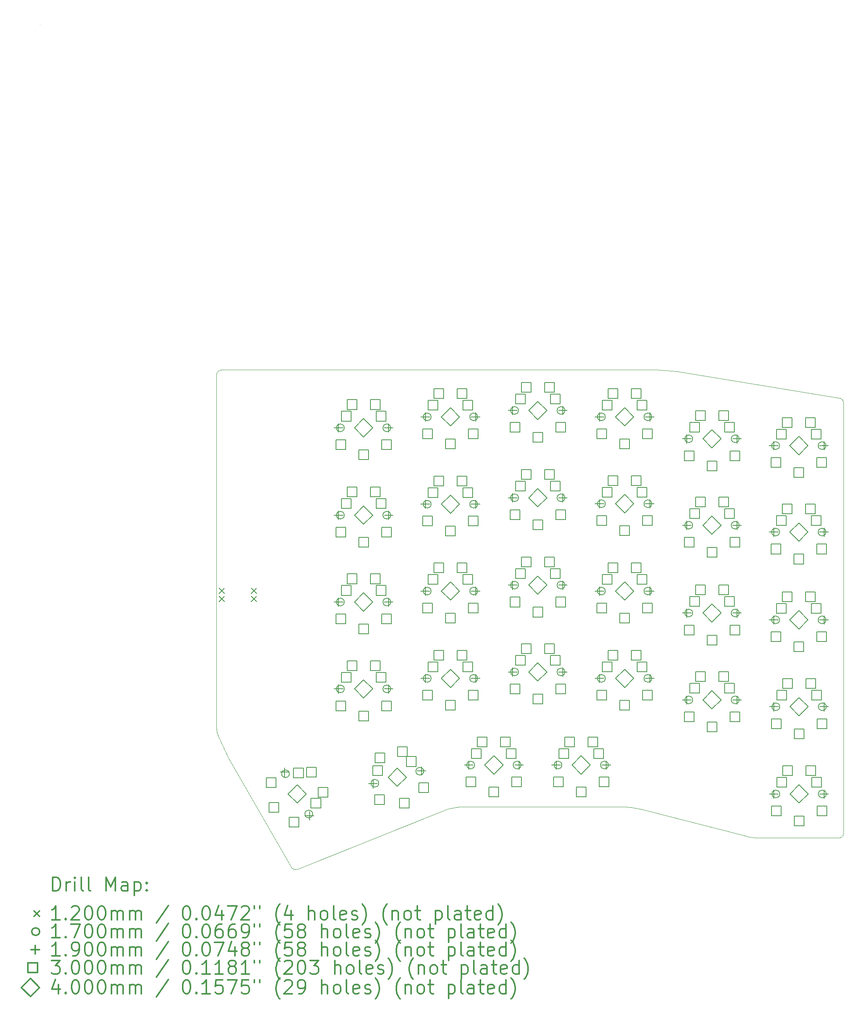
<source format=gbr>
%FSLAX45Y45*%
G04 Gerber Fmt 4.5, Leading zero omitted, Abs format (unit mm)*
G04 Created by KiCad (PCBNEW (5.1.12-1-10_14)) date 2021-12-17 11:35:38*
%MOMM*%
%LPD*%
G01*
G04 APERTURE LIST*
%TA.AperFunction,Profile*%
%ADD10C,0.100000*%
%TD*%
%ADD11C,0.200000*%
%ADD12C,0.300000*%
G04 APERTURE END LIST*
D10*
X20400945Y-13926640D02*
X18116501Y-13342648D01*
X22412960Y-13970000D02*
X22390100Y-13970000D01*
X22438519Y-13968150D02*
X22412960Y-13970000D01*
X22502662Y-4369560D02*
X22516832Y-4383558D01*
X8942585Y-3732540D02*
X18451081Y-3732548D01*
X8828406Y-11550347D02*
X8827526Y-11518249D01*
X8831044Y-11582276D02*
X8828406Y-11550347D01*
X18671653Y-3742925D02*
X18788573Y-3754187D01*
X22543770Y-13854430D02*
X22542388Y-13875257D01*
X8897744Y-3741594D02*
X8919368Y-3734881D01*
X8849332Y-11676341D02*
X8841523Y-11645343D01*
X18788573Y-3754187D02*
X18891042Y-3767978D01*
X10508615Y-14642628D02*
X10491821Y-14631232D01*
X13861123Y-13347810D02*
X13815413Y-13364855D01*
X8919368Y-3734881D02*
X8942585Y-3732540D01*
X13815413Y-13364855D02*
X10607520Y-14648948D01*
X10607520Y-14648948D02*
X10587298Y-14654978D01*
X8827526Y-11518249D02*
X8827386Y-3847743D01*
X22516832Y-4383558D02*
X22528388Y-4399781D01*
X22486187Y-4358147D02*
X22502662Y-4369560D01*
X8878175Y-3752216D02*
X8897744Y-3741594D01*
X10587298Y-14654978D02*
X10566831Y-14657198D01*
X18554438Y-3735332D02*
X18671653Y-3742925D01*
X10566831Y-14657198D02*
X10546585Y-14655768D01*
X10546585Y-14655768D02*
X10527025Y-14650858D01*
X10527025Y-14650858D02*
X10508615Y-14642628D01*
X22390100Y-13970000D02*
X20720050Y-13970000D01*
X13907514Y-13332988D02*
X13861123Y-13347810D01*
X9117494Y-12265341D02*
X9112979Y-12256691D01*
X22460260Y-13964290D02*
X22438519Y-13968150D01*
X22526748Y-13914743D02*
X22513957Y-13931425D01*
X17740630Y-13291591D02*
X14195611Y-13291591D01*
X14195611Y-13291591D02*
X14146840Y-13292750D01*
X22537028Y-4417867D02*
X22542438Y-4437457D01*
X8827386Y-3847743D02*
X8829726Y-3824526D01*
X18891042Y-3767978D02*
X22447544Y-4344515D01*
X14098263Y-13296230D02*
X14049961Y-13302010D01*
X8829726Y-3824526D02*
X8836438Y-3802901D01*
X10464939Y-14599593D02*
X9117494Y-12265341D01*
X22542438Y-4437457D02*
X22544318Y-4458190D01*
X22467711Y-4349678D02*
X22486187Y-4358147D01*
X14146840Y-13292750D02*
X14098263Y-13296230D01*
X22513957Y-13931425D02*
X22498359Y-13945518D01*
X14049961Y-13302010D02*
X14002014Y-13310070D01*
X13954505Y-13320402D02*
X13907514Y-13332988D01*
X22542388Y-13875257D02*
X22536348Y-13895883D01*
X17789298Y-13292391D02*
X17740630Y-13291591D01*
X18116501Y-13342648D02*
X18070569Y-13330724D01*
X22536348Y-13895883D02*
X22526748Y-13914743D01*
X8847059Y-3783333D02*
X8861126Y-3766283D01*
X8870010Y-11736911D02*
X8858833Y-11706887D01*
X22447544Y-4344515D02*
X22467711Y-4349678D01*
X22528388Y-4399781D02*
X22537028Y-4417867D01*
X18070569Y-13330724D02*
X18024299Y-13320371D01*
X18024299Y-13320371D02*
X17977732Y-13311601D01*
X22480333Y-13956610D02*
X22460260Y-13964290D01*
X17977732Y-13311601D02*
X17930908Y-13304411D01*
X8858833Y-11706887D02*
X8849332Y-11676341D01*
X8835422Y-11613964D02*
X8831044Y-11582276D01*
X18451081Y-3732548D02*
X18554438Y-3735332D01*
X17930908Y-13304411D02*
X17883867Y-13298811D01*
X22544318Y-4458190D02*
X22543770Y-13854430D01*
X17883867Y-13298811D02*
X17836650Y-13294801D01*
X14002014Y-13310070D02*
X13954505Y-13320402D01*
X22498359Y-13945518D02*
X22480333Y-13956610D01*
X8836438Y-3802901D02*
X8847059Y-3783333D01*
X17836650Y-13294801D02*
X17789298Y-13292391D01*
X10491821Y-14631232D02*
X10477107Y-14616833D01*
X10477107Y-14616833D02*
X10464939Y-14599593D01*
X8861126Y-3766283D02*
X8878175Y-3752216D01*
X8841523Y-11645343D02*
X8835422Y-11613964D01*
X8882848Y-11766343D02*
X8870010Y-11736911D01*
X20720050Y-13970000D02*
X20640012Y-13967520D01*
X20640012Y-13967520D02*
X20559491Y-13959310D01*
X20559491Y-13959310D02*
X20479710Y-13945670D01*
X9112979Y-12256691D02*
X8882848Y-11766343D01*
X20479710Y-13945670D02*
X20400945Y-13926640D01*
X4967668Y3822800D02*
X4967668Y3822800D01*
D11*
X8890000Y-8505000D02*
X9010000Y-8625000D01*
X9010000Y-8505000D02*
X8890000Y-8625000D01*
X8890000Y-8680000D02*
X9010000Y-8800000D01*
X9010000Y-8680000D02*
X8890000Y-8800000D01*
X9590000Y-8505000D02*
X9710000Y-8625000D01*
X9710000Y-8505000D02*
X9590000Y-8625000D01*
X9590000Y-8680000D02*
X9710000Y-8800000D01*
X9710000Y-8680000D02*
X9590000Y-8800000D01*
X10427000Y-12567059D02*
G75*
G03*
X10427000Y-12567059I-85000J0D01*
G01*
X10935000Y-13446941D02*
G75*
G03*
X10935000Y-13446941I-85000J0D01*
G01*
X11627000Y-5000000D02*
G75*
G03*
X11627000Y-5000000I-85000J0D01*
G01*
X11627000Y-6910000D02*
G75*
G03*
X11627000Y-6910000I-85000J0D01*
G01*
X11627000Y-8810000D02*
G75*
G03*
X11627000Y-8810000I-85000J0D01*
G01*
X11627000Y-10710000D02*
G75*
G03*
X11627000Y-10710000I-85000J0D01*
G01*
X12382310Y-12773480D02*
G75*
G03*
X12382310Y-12773480I-85000J0D01*
G01*
X12643000Y-5000000D02*
G75*
G03*
X12643000Y-5000000I-85000J0D01*
G01*
X12643000Y-6910000D02*
G75*
G03*
X12643000Y-6910000I-85000J0D01*
G01*
X12643000Y-8810000D02*
G75*
G03*
X12643000Y-8810000I-85000J0D01*
G01*
X12643000Y-10710000D02*
G75*
G03*
X12643000Y-10710000I-85000J0D01*
G01*
X13363690Y-12510520D02*
G75*
G03*
X13363690Y-12510520I-85000J0D01*
G01*
X13527000Y-4760000D02*
G75*
G03*
X13527000Y-4760000I-85000J0D01*
G01*
X13527000Y-6670000D02*
G75*
G03*
X13527000Y-6670000I-85000J0D01*
G01*
X13527000Y-8570000D02*
G75*
G03*
X13527000Y-8570000I-85000J0D01*
G01*
X13527000Y-10480000D02*
G75*
G03*
X13527000Y-10480000I-85000J0D01*
G01*
X14477000Y-12375000D02*
G75*
G03*
X14477000Y-12375000I-85000J0D01*
G01*
X14543000Y-4760000D02*
G75*
G03*
X14543000Y-4760000I-85000J0D01*
G01*
X14543000Y-6670000D02*
G75*
G03*
X14543000Y-6670000I-85000J0D01*
G01*
X14543000Y-8570000D02*
G75*
G03*
X14543000Y-8570000I-85000J0D01*
G01*
X14543000Y-10480000D02*
G75*
G03*
X14543000Y-10480000I-85000J0D01*
G01*
X15437000Y-4621000D02*
G75*
G03*
X15437000Y-4621000I-85000J0D01*
G01*
X15437000Y-6530000D02*
G75*
G03*
X15437000Y-6530000I-85000J0D01*
G01*
X15437000Y-8440000D02*
G75*
G03*
X15437000Y-8440000I-85000J0D01*
G01*
X15437000Y-10340000D02*
G75*
G03*
X15437000Y-10340000I-85000J0D01*
G01*
X15493000Y-12375000D02*
G75*
G03*
X15493000Y-12375000I-85000J0D01*
G01*
X16387000Y-12375000D02*
G75*
G03*
X16387000Y-12375000I-85000J0D01*
G01*
X16453000Y-4621000D02*
G75*
G03*
X16453000Y-4621000I-85000J0D01*
G01*
X16453000Y-6530000D02*
G75*
G03*
X16453000Y-6530000I-85000J0D01*
G01*
X16453000Y-8440000D02*
G75*
G03*
X16453000Y-8440000I-85000J0D01*
G01*
X16453000Y-10340000D02*
G75*
G03*
X16453000Y-10340000I-85000J0D01*
G01*
X17337000Y-4760000D02*
G75*
G03*
X17337000Y-4760000I-85000J0D01*
G01*
X17337000Y-6660000D02*
G75*
G03*
X17337000Y-6660000I-85000J0D01*
G01*
X17337000Y-8570000D02*
G75*
G03*
X17337000Y-8570000I-85000J0D01*
G01*
X17337000Y-10480000D02*
G75*
G03*
X17337000Y-10480000I-85000J0D01*
G01*
X17403000Y-12375000D02*
G75*
G03*
X17403000Y-12375000I-85000J0D01*
G01*
X18353000Y-4760000D02*
G75*
G03*
X18353000Y-4760000I-85000J0D01*
G01*
X18353000Y-6660000D02*
G75*
G03*
X18353000Y-6660000I-85000J0D01*
G01*
X18353000Y-8570000D02*
G75*
G03*
X18353000Y-8570000I-85000J0D01*
G01*
X18353000Y-10480000D02*
G75*
G03*
X18353000Y-10480000I-85000J0D01*
G01*
X19247000Y-5240000D02*
G75*
G03*
X19247000Y-5240000I-85000J0D01*
G01*
X19247000Y-7130000D02*
G75*
G03*
X19247000Y-7130000I-85000J0D01*
G01*
X19247000Y-9050000D02*
G75*
G03*
X19247000Y-9050000I-85000J0D01*
G01*
X19247000Y-10950000D02*
G75*
G03*
X19247000Y-10950000I-85000J0D01*
G01*
X20263000Y-5240000D02*
G75*
G03*
X20263000Y-5240000I-85000J0D01*
G01*
X20263000Y-7130000D02*
G75*
G03*
X20263000Y-7130000I-85000J0D01*
G01*
X20263000Y-9050000D02*
G75*
G03*
X20263000Y-9050000I-85000J0D01*
G01*
X20263000Y-10950000D02*
G75*
G03*
X20263000Y-10950000I-85000J0D01*
G01*
X21147000Y-5390000D02*
G75*
G03*
X21147000Y-5390000I-85000J0D01*
G01*
X21147000Y-7280000D02*
G75*
G03*
X21147000Y-7280000I-85000J0D01*
G01*
X21147000Y-9200000D02*
G75*
G03*
X21147000Y-9200000I-85000J0D01*
G01*
X21151760Y-13007340D02*
G75*
G03*
X21151760Y-13007340I-85000J0D01*
G01*
X21152000Y-11100000D02*
G75*
G03*
X21152000Y-11100000I-85000J0D01*
G01*
X22163000Y-5390000D02*
G75*
G03*
X22163000Y-5390000I-85000J0D01*
G01*
X22163000Y-7280000D02*
G75*
G03*
X22163000Y-7280000I-85000J0D01*
G01*
X22163000Y-9200000D02*
G75*
G03*
X22163000Y-9200000I-85000J0D01*
G01*
X22167760Y-13007340D02*
G75*
G03*
X22167760Y-13007340I-85000J0D01*
G01*
X22168000Y-11100000D02*
G75*
G03*
X22168000Y-11100000I-85000J0D01*
G01*
X10321000Y-12435686D02*
X10321000Y-12625686D01*
X10226000Y-12530686D02*
X10416000Y-12530686D01*
X10871000Y-13388314D02*
X10871000Y-13578314D01*
X10776000Y-13483314D02*
X10966000Y-13483314D01*
X11500000Y-4905000D02*
X11500000Y-5095000D01*
X11405000Y-5000000D02*
X11595000Y-5000000D01*
X11500000Y-6815000D02*
X11500000Y-7005000D01*
X11405000Y-6910000D02*
X11595000Y-6910000D01*
X11500000Y-8715000D02*
X11500000Y-8905000D01*
X11405000Y-8810000D02*
X11595000Y-8810000D01*
X11500000Y-10615000D02*
X11500000Y-10805000D01*
X11405000Y-10710000D02*
X11595000Y-10710000D01*
X12256741Y-12689350D02*
X12256741Y-12879350D01*
X12161741Y-12784350D02*
X12351741Y-12784350D01*
X12600000Y-4905000D02*
X12600000Y-5095000D01*
X12505000Y-5000000D02*
X12695000Y-5000000D01*
X12600000Y-6815000D02*
X12600000Y-7005000D01*
X12505000Y-6910000D02*
X12695000Y-6910000D01*
X12600000Y-8715000D02*
X12600000Y-8905000D01*
X12505000Y-8810000D02*
X12695000Y-8810000D01*
X12600000Y-10615000D02*
X12600000Y-10805000D01*
X12505000Y-10710000D02*
X12695000Y-10710000D01*
X13319259Y-12404649D02*
X13319259Y-12594649D01*
X13224259Y-12499649D02*
X13414259Y-12499649D01*
X13400000Y-4665000D02*
X13400000Y-4855000D01*
X13305000Y-4760000D02*
X13495000Y-4760000D01*
X13400000Y-6575000D02*
X13400000Y-6765000D01*
X13305000Y-6670000D02*
X13495000Y-6670000D01*
X13400000Y-8475000D02*
X13400000Y-8665000D01*
X13305000Y-8570000D02*
X13495000Y-8570000D01*
X13400000Y-10385000D02*
X13400000Y-10575000D01*
X13305000Y-10480000D02*
X13495000Y-10480000D01*
X14350000Y-12280000D02*
X14350000Y-12470000D01*
X14255000Y-12375000D02*
X14445000Y-12375000D01*
X14500000Y-4665000D02*
X14500000Y-4855000D01*
X14405000Y-4760000D02*
X14595000Y-4760000D01*
X14500000Y-6575000D02*
X14500000Y-6765000D01*
X14405000Y-6670000D02*
X14595000Y-6670000D01*
X14500000Y-8475000D02*
X14500000Y-8665000D01*
X14405000Y-8570000D02*
X14595000Y-8570000D01*
X14500000Y-10385000D02*
X14500000Y-10575000D01*
X14405000Y-10480000D02*
X14595000Y-10480000D01*
X15310000Y-4526000D02*
X15310000Y-4716000D01*
X15215000Y-4621000D02*
X15405000Y-4621000D01*
X15310000Y-6435000D02*
X15310000Y-6625000D01*
X15215000Y-6530000D02*
X15405000Y-6530000D01*
X15310000Y-8345000D02*
X15310000Y-8535000D01*
X15215000Y-8440000D02*
X15405000Y-8440000D01*
X15310000Y-10245000D02*
X15310000Y-10435000D01*
X15215000Y-10340000D02*
X15405000Y-10340000D01*
X15450000Y-12280000D02*
X15450000Y-12470000D01*
X15355000Y-12375000D02*
X15545000Y-12375000D01*
X16260000Y-12280000D02*
X16260000Y-12470000D01*
X16165000Y-12375000D02*
X16355000Y-12375000D01*
X16410000Y-4526000D02*
X16410000Y-4716000D01*
X16315000Y-4621000D02*
X16505000Y-4621000D01*
X16410000Y-6435000D02*
X16410000Y-6625000D01*
X16315000Y-6530000D02*
X16505000Y-6530000D01*
X16410000Y-8345000D02*
X16410000Y-8535000D01*
X16315000Y-8440000D02*
X16505000Y-8440000D01*
X16410000Y-10245000D02*
X16410000Y-10435000D01*
X16315000Y-10340000D02*
X16505000Y-10340000D01*
X17210000Y-4665000D02*
X17210000Y-4855000D01*
X17115000Y-4760000D02*
X17305000Y-4760000D01*
X17210000Y-6565000D02*
X17210000Y-6755000D01*
X17115000Y-6660000D02*
X17305000Y-6660000D01*
X17210000Y-8475000D02*
X17210000Y-8665000D01*
X17115000Y-8570000D02*
X17305000Y-8570000D01*
X17210000Y-10385000D02*
X17210000Y-10575000D01*
X17115000Y-10480000D02*
X17305000Y-10480000D01*
X17360000Y-12280000D02*
X17360000Y-12470000D01*
X17265000Y-12375000D02*
X17455000Y-12375000D01*
X18310000Y-4665000D02*
X18310000Y-4855000D01*
X18215000Y-4760000D02*
X18405000Y-4760000D01*
X18310000Y-6565000D02*
X18310000Y-6755000D01*
X18215000Y-6660000D02*
X18405000Y-6660000D01*
X18310000Y-8475000D02*
X18310000Y-8665000D01*
X18215000Y-8570000D02*
X18405000Y-8570000D01*
X18310000Y-10385000D02*
X18310000Y-10575000D01*
X18215000Y-10480000D02*
X18405000Y-10480000D01*
X19120000Y-5145000D02*
X19120000Y-5335000D01*
X19025000Y-5240000D02*
X19215000Y-5240000D01*
X19120000Y-7035000D02*
X19120000Y-7225000D01*
X19025000Y-7130000D02*
X19215000Y-7130000D01*
X19120000Y-8955000D02*
X19120000Y-9145000D01*
X19025000Y-9050000D02*
X19215000Y-9050000D01*
X19120000Y-10855000D02*
X19120000Y-11045000D01*
X19025000Y-10950000D02*
X19215000Y-10950000D01*
X20220000Y-5145000D02*
X20220000Y-5335000D01*
X20125000Y-5240000D02*
X20315000Y-5240000D01*
X20220000Y-7035000D02*
X20220000Y-7225000D01*
X20125000Y-7130000D02*
X20315000Y-7130000D01*
X20220000Y-8955000D02*
X20220000Y-9145000D01*
X20125000Y-9050000D02*
X20315000Y-9050000D01*
X20220000Y-10855000D02*
X20220000Y-11045000D01*
X20125000Y-10950000D02*
X20315000Y-10950000D01*
X21020000Y-5295000D02*
X21020000Y-5485000D01*
X20925000Y-5390000D02*
X21115000Y-5390000D01*
X21020000Y-7185000D02*
X21020000Y-7375000D01*
X20925000Y-7280000D02*
X21115000Y-7280000D01*
X21020000Y-9105000D02*
X21020000Y-9295000D01*
X20925000Y-9200000D02*
X21115000Y-9200000D01*
X21024760Y-12912340D02*
X21024760Y-13102340D01*
X20929760Y-13007340D02*
X21119760Y-13007340D01*
X21025000Y-11005000D02*
X21025000Y-11195000D01*
X20930000Y-11100000D02*
X21120000Y-11100000D01*
X22120000Y-5295000D02*
X22120000Y-5485000D01*
X22025000Y-5390000D02*
X22215000Y-5390000D01*
X22120000Y-7185000D02*
X22120000Y-7375000D01*
X22025000Y-7280000D02*
X22215000Y-7280000D01*
X22120000Y-9105000D02*
X22120000Y-9295000D01*
X22025000Y-9200000D02*
X22215000Y-9200000D01*
X22124760Y-12912340D02*
X22124760Y-13102340D01*
X22029760Y-13007340D02*
X22219760Y-13007340D01*
X22125000Y-11005000D02*
X22125000Y-11195000D01*
X22030000Y-11100000D02*
X22220000Y-11100000D01*
X10131638Y-12865054D02*
X10131638Y-12652920D01*
X9919504Y-12652920D01*
X9919504Y-12865054D01*
X10131638Y-12865054D01*
X10191112Y-13408067D02*
X10191112Y-13195933D01*
X9978978Y-13195933D01*
X9978978Y-13408067D01*
X10191112Y-13408067D01*
X10631638Y-13731080D02*
X10631638Y-13518946D01*
X10419504Y-13518946D01*
X10419504Y-13731080D01*
X10631638Y-13731080D01*
X10731538Y-12656111D02*
X10731538Y-12443977D01*
X10519404Y-12443977D01*
X10519404Y-12656111D01*
X10731538Y-12656111D01*
X11015008Y-12639096D02*
X11015008Y-12426962D01*
X10802874Y-12426962D01*
X10802874Y-12639096D01*
X11015008Y-12639096D01*
X11112538Y-13316023D02*
X11112538Y-13103889D01*
X10900404Y-13103889D01*
X10900404Y-13316023D01*
X11112538Y-13316023D01*
X11269008Y-13079037D02*
X11269008Y-12866903D01*
X11056874Y-12866903D01*
X11056874Y-13079037D01*
X11269008Y-13079037D01*
X11656067Y-5476067D02*
X11656067Y-5263933D01*
X11443933Y-5263933D01*
X11443933Y-5476067D01*
X11656067Y-5476067D01*
X11656067Y-7386067D02*
X11656067Y-7173933D01*
X11443933Y-7173933D01*
X11443933Y-7386067D01*
X11656067Y-7386067D01*
X11656067Y-9286067D02*
X11656067Y-9073933D01*
X11443933Y-9073933D01*
X11443933Y-9286067D01*
X11656067Y-9286067D01*
X11656067Y-11186067D02*
X11656067Y-10973933D01*
X11443933Y-10973933D01*
X11443933Y-11186067D01*
X11656067Y-11186067D01*
X11775067Y-4852067D02*
X11775067Y-4639933D01*
X11562933Y-4639933D01*
X11562933Y-4852067D01*
X11775067Y-4852067D01*
X11775067Y-6762067D02*
X11775067Y-6549933D01*
X11562933Y-6549933D01*
X11562933Y-6762067D01*
X11775067Y-6762067D01*
X11775067Y-8662067D02*
X11775067Y-8449933D01*
X11562933Y-8449933D01*
X11562933Y-8662067D01*
X11775067Y-8662067D01*
X11775067Y-10562067D02*
X11775067Y-10349933D01*
X11562933Y-10349933D01*
X11562933Y-10562067D01*
X11775067Y-10562067D01*
X11902067Y-4598067D02*
X11902067Y-4385933D01*
X11689933Y-4385933D01*
X11689933Y-4598067D01*
X11902067Y-4598067D01*
X11902067Y-6508067D02*
X11902067Y-6295933D01*
X11689933Y-6295933D01*
X11689933Y-6508067D01*
X11902067Y-6508067D01*
X11902067Y-8408067D02*
X11902067Y-8195933D01*
X11689933Y-8195933D01*
X11689933Y-8408067D01*
X11902067Y-8408067D01*
X11902067Y-10308067D02*
X11902067Y-10095933D01*
X11689933Y-10095933D01*
X11689933Y-10308067D01*
X11902067Y-10308067D01*
X12156067Y-5696067D02*
X12156067Y-5483933D01*
X11943933Y-5483933D01*
X11943933Y-5696067D01*
X12156067Y-5696067D01*
X12156067Y-7606067D02*
X12156067Y-7393933D01*
X11943933Y-7393933D01*
X11943933Y-7606067D01*
X12156067Y-7606067D01*
X12156067Y-9506067D02*
X12156067Y-9293933D01*
X11943933Y-9293933D01*
X11943933Y-9506067D01*
X12156067Y-9506067D01*
X12156067Y-11406067D02*
X12156067Y-11193933D01*
X11943933Y-11193933D01*
X11943933Y-11406067D01*
X12156067Y-11406067D01*
X12410067Y-4598067D02*
X12410067Y-4385933D01*
X12197933Y-4385933D01*
X12197933Y-4598067D01*
X12410067Y-4598067D01*
X12410067Y-6508067D02*
X12410067Y-6295933D01*
X12197933Y-6295933D01*
X12197933Y-6508067D01*
X12410067Y-6508067D01*
X12410067Y-8408067D02*
X12410067Y-8195933D01*
X12197933Y-8195933D01*
X12197933Y-8408067D01*
X12410067Y-8408067D01*
X12410067Y-10308067D02*
X12410067Y-10095933D01*
X12197933Y-10095933D01*
X12197933Y-10308067D01*
X12410067Y-10308067D01*
X12460309Y-12601332D02*
X12460309Y-12389198D01*
X12248175Y-12389198D01*
X12248175Y-12601332D01*
X12460309Y-12601332D01*
X12506867Y-13234869D02*
X12506867Y-13022735D01*
X12294733Y-13022735D01*
X12294733Y-13234869D01*
X12506867Y-13234869D01*
X12517242Y-12323117D02*
X12517242Y-12110983D01*
X12305108Y-12110983D01*
X12305108Y-12323117D01*
X12517242Y-12323117D01*
X12537067Y-4852067D02*
X12537067Y-4639933D01*
X12324933Y-4639933D01*
X12324933Y-4852067D01*
X12537067Y-4852067D01*
X12537067Y-6762067D02*
X12537067Y-6549933D01*
X12324933Y-6549933D01*
X12324933Y-6762067D01*
X12537067Y-6762067D01*
X12537067Y-8662067D02*
X12537067Y-8449933D01*
X12324933Y-8449933D01*
X12324933Y-8662067D01*
X12537067Y-8662067D01*
X12537067Y-10562067D02*
X12537067Y-10349933D01*
X12324933Y-10349933D01*
X12324933Y-10562067D01*
X12537067Y-10562067D01*
X12656067Y-5476067D02*
X12656067Y-5263933D01*
X12443933Y-5263933D01*
X12443933Y-5476067D01*
X12656067Y-5476067D01*
X12656067Y-7386067D02*
X12656067Y-7173933D01*
X12443933Y-7173933D01*
X12443933Y-7386067D01*
X12656067Y-7386067D01*
X12656067Y-9286067D02*
X12656067Y-9073933D01*
X12443933Y-9073933D01*
X12443933Y-9286067D01*
X12656067Y-9286067D01*
X12656067Y-11186067D02*
X12656067Y-10973933D01*
X12443933Y-10973933D01*
X12443933Y-11186067D01*
X12656067Y-11186067D01*
X13007932Y-12191637D02*
X13007932Y-11979503D01*
X12795798Y-11979503D01*
X12795798Y-12191637D01*
X13007932Y-12191637D01*
X13046770Y-13317963D02*
X13046770Y-13105829D01*
X12834636Y-13105829D01*
X12834636Y-13317963D01*
X13046770Y-13317963D01*
X13196345Y-12404112D02*
X13196345Y-12191978D01*
X12984211Y-12191978D01*
X12984211Y-12404112D01*
X13196345Y-12404112D01*
X13472793Y-12976050D02*
X13472793Y-12763916D01*
X13260659Y-12763916D01*
X13260659Y-12976050D01*
X13472793Y-12976050D01*
X13556067Y-5236067D02*
X13556067Y-5023933D01*
X13343933Y-5023933D01*
X13343933Y-5236067D01*
X13556067Y-5236067D01*
X13556067Y-7146067D02*
X13556067Y-6933933D01*
X13343933Y-6933933D01*
X13343933Y-7146067D01*
X13556067Y-7146067D01*
X13556067Y-9046067D02*
X13556067Y-8833933D01*
X13343933Y-8833933D01*
X13343933Y-9046067D01*
X13556067Y-9046067D01*
X13556067Y-10956067D02*
X13556067Y-10743933D01*
X13343933Y-10743933D01*
X13343933Y-10956067D01*
X13556067Y-10956067D01*
X13675067Y-4612067D02*
X13675067Y-4399933D01*
X13462933Y-4399933D01*
X13462933Y-4612067D01*
X13675067Y-4612067D01*
X13675067Y-6522067D02*
X13675067Y-6309933D01*
X13462933Y-6309933D01*
X13462933Y-6522067D01*
X13675067Y-6522067D01*
X13675067Y-8422067D02*
X13675067Y-8209933D01*
X13462933Y-8209933D01*
X13462933Y-8422067D01*
X13675067Y-8422067D01*
X13675067Y-10332067D02*
X13675067Y-10119933D01*
X13462933Y-10119933D01*
X13462933Y-10332067D01*
X13675067Y-10332067D01*
X13802067Y-4358067D02*
X13802067Y-4145933D01*
X13589933Y-4145933D01*
X13589933Y-4358067D01*
X13802067Y-4358067D01*
X13802067Y-6268067D02*
X13802067Y-6055933D01*
X13589933Y-6055933D01*
X13589933Y-6268067D01*
X13802067Y-6268067D01*
X13802067Y-8168067D02*
X13802067Y-7955933D01*
X13589933Y-7955933D01*
X13589933Y-8168067D01*
X13802067Y-8168067D01*
X13802067Y-10078067D02*
X13802067Y-9865933D01*
X13589933Y-9865933D01*
X13589933Y-10078067D01*
X13802067Y-10078067D01*
X14056067Y-5456067D02*
X14056067Y-5243933D01*
X13843933Y-5243933D01*
X13843933Y-5456067D01*
X14056067Y-5456067D01*
X14056067Y-7366067D02*
X14056067Y-7153933D01*
X13843933Y-7153933D01*
X13843933Y-7366067D01*
X14056067Y-7366067D01*
X14056067Y-9266067D02*
X14056067Y-9053933D01*
X13843933Y-9053933D01*
X13843933Y-9266067D01*
X14056067Y-9266067D01*
X14056067Y-11176067D02*
X14056067Y-10963933D01*
X13843933Y-10963933D01*
X13843933Y-11176067D01*
X14056067Y-11176067D01*
X14310067Y-4358067D02*
X14310067Y-4145933D01*
X14097933Y-4145933D01*
X14097933Y-4358067D01*
X14310067Y-4358067D01*
X14310067Y-6268067D02*
X14310067Y-6055933D01*
X14097933Y-6055933D01*
X14097933Y-6268067D01*
X14310067Y-6268067D01*
X14310067Y-8168067D02*
X14310067Y-7955933D01*
X14097933Y-7955933D01*
X14097933Y-8168067D01*
X14310067Y-8168067D01*
X14310067Y-10078067D02*
X14310067Y-9865933D01*
X14097933Y-9865933D01*
X14097933Y-10078067D01*
X14310067Y-10078067D01*
X14437067Y-4612067D02*
X14437067Y-4399933D01*
X14224933Y-4399933D01*
X14224933Y-4612067D01*
X14437067Y-4612067D01*
X14437067Y-6522067D02*
X14437067Y-6309933D01*
X14224933Y-6309933D01*
X14224933Y-6522067D01*
X14437067Y-6522067D01*
X14437067Y-8422067D02*
X14437067Y-8209933D01*
X14224933Y-8209933D01*
X14224933Y-8422067D01*
X14437067Y-8422067D01*
X14437067Y-10332067D02*
X14437067Y-10119933D01*
X14224933Y-10119933D01*
X14224933Y-10332067D01*
X14437067Y-10332067D01*
X14506067Y-12851067D02*
X14506067Y-12638933D01*
X14293933Y-12638933D01*
X14293933Y-12851067D01*
X14506067Y-12851067D01*
X14556067Y-5236067D02*
X14556067Y-5023933D01*
X14343933Y-5023933D01*
X14343933Y-5236067D01*
X14556067Y-5236067D01*
X14556067Y-7146067D02*
X14556067Y-6933933D01*
X14343933Y-6933933D01*
X14343933Y-7146067D01*
X14556067Y-7146067D01*
X14556067Y-9046067D02*
X14556067Y-8833933D01*
X14343933Y-8833933D01*
X14343933Y-9046067D01*
X14556067Y-9046067D01*
X14556067Y-10956067D02*
X14556067Y-10743933D01*
X14343933Y-10743933D01*
X14343933Y-10956067D01*
X14556067Y-10956067D01*
X14625067Y-12227067D02*
X14625067Y-12014933D01*
X14412933Y-12014933D01*
X14412933Y-12227067D01*
X14625067Y-12227067D01*
X14752067Y-11973067D02*
X14752067Y-11760933D01*
X14539933Y-11760933D01*
X14539933Y-11973067D01*
X14752067Y-11973067D01*
X15006067Y-13071067D02*
X15006067Y-12858933D01*
X14793933Y-12858933D01*
X14793933Y-13071067D01*
X15006067Y-13071067D01*
X15260067Y-11973067D02*
X15260067Y-11760933D01*
X15047933Y-11760933D01*
X15047933Y-11973067D01*
X15260067Y-11973067D01*
X15387067Y-12227067D02*
X15387067Y-12014933D01*
X15174933Y-12014933D01*
X15174933Y-12227067D01*
X15387067Y-12227067D01*
X15466067Y-5097067D02*
X15466067Y-4884933D01*
X15253933Y-4884933D01*
X15253933Y-5097067D01*
X15466067Y-5097067D01*
X15466067Y-7006067D02*
X15466067Y-6793933D01*
X15253933Y-6793933D01*
X15253933Y-7006067D01*
X15466067Y-7006067D01*
X15466067Y-8916067D02*
X15466067Y-8703933D01*
X15253933Y-8703933D01*
X15253933Y-8916067D01*
X15466067Y-8916067D01*
X15466067Y-10816067D02*
X15466067Y-10603933D01*
X15253933Y-10603933D01*
X15253933Y-10816067D01*
X15466067Y-10816067D01*
X15506067Y-12851067D02*
X15506067Y-12638933D01*
X15293933Y-12638933D01*
X15293933Y-12851067D01*
X15506067Y-12851067D01*
X15585067Y-4473067D02*
X15585067Y-4260933D01*
X15372933Y-4260933D01*
X15372933Y-4473067D01*
X15585067Y-4473067D01*
X15585067Y-6382067D02*
X15585067Y-6169933D01*
X15372933Y-6169933D01*
X15372933Y-6382067D01*
X15585067Y-6382067D01*
X15585067Y-8292067D02*
X15585067Y-8079933D01*
X15372933Y-8079933D01*
X15372933Y-8292067D01*
X15585067Y-8292067D01*
X15585067Y-10192067D02*
X15585067Y-9979933D01*
X15372933Y-9979933D01*
X15372933Y-10192067D01*
X15585067Y-10192067D01*
X15712067Y-4219067D02*
X15712067Y-4006933D01*
X15499933Y-4006933D01*
X15499933Y-4219067D01*
X15712067Y-4219067D01*
X15712067Y-6128067D02*
X15712067Y-5915933D01*
X15499933Y-5915933D01*
X15499933Y-6128067D01*
X15712067Y-6128067D01*
X15712067Y-8038067D02*
X15712067Y-7825933D01*
X15499933Y-7825933D01*
X15499933Y-8038067D01*
X15712067Y-8038067D01*
X15712067Y-9938067D02*
X15712067Y-9725933D01*
X15499933Y-9725933D01*
X15499933Y-9938067D01*
X15712067Y-9938067D01*
X15966067Y-5317067D02*
X15966067Y-5104933D01*
X15753933Y-5104933D01*
X15753933Y-5317067D01*
X15966067Y-5317067D01*
X15966067Y-7226067D02*
X15966067Y-7013933D01*
X15753933Y-7013933D01*
X15753933Y-7226067D01*
X15966067Y-7226067D01*
X15966067Y-9136067D02*
X15966067Y-8923933D01*
X15753933Y-8923933D01*
X15753933Y-9136067D01*
X15966067Y-9136067D01*
X15966067Y-11036067D02*
X15966067Y-10823933D01*
X15753933Y-10823933D01*
X15753933Y-11036067D01*
X15966067Y-11036067D01*
X16220067Y-4219067D02*
X16220067Y-4006933D01*
X16007933Y-4006933D01*
X16007933Y-4219067D01*
X16220067Y-4219067D01*
X16220067Y-6128067D02*
X16220067Y-5915933D01*
X16007933Y-5915933D01*
X16007933Y-6128067D01*
X16220067Y-6128067D01*
X16220067Y-8038067D02*
X16220067Y-7825933D01*
X16007933Y-7825933D01*
X16007933Y-8038067D01*
X16220067Y-8038067D01*
X16220067Y-9938067D02*
X16220067Y-9725933D01*
X16007933Y-9725933D01*
X16007933Y-9938067D01*
X16220067Y-9938067D01*
X16347067Y-4473067D02*
X16347067Y-4260933D01*
X16134933Y-4260933D01*
X16134933Y-4473067D01*
X16347067Y-4473067D01*
X16347067Y-6382067D02*
X16347067Y-6169933D01*
X16134933Y-6169933D01*
X16134933Y-6382067D01*
X16347067Y-6382067D01*
X16347067Y-8292067D02*
X16347067Y-8079933D01*
X16134933Y-8079933D01*
X16134933Y-8292067D01*
X16347067Y-8292067D01*
X16347067Y-10192067D02*
X16347067Y-9979933D01*
X16134933Y-9979933D01*
X16134933Y-10192067D01*
X16347067Y-10192067D01*
X16416067Y-12851067D02*
X16416067Y-12638933D01*
X16203933Y-12638933D01*
X16203933Y-12851067D01*
X16416067Y-12851067D01*
X16466067Y-5097067D02*
X16466067Y-4884933D01*
X16253933Y-4884933D01*
X16253933Y-5097067D01*
X16466067Y-5097067D01*
X16466067Y-7006067D02*
X16466067Y-6793933D01*
X16253933Y-6793933D01*
X16253933Y-7006067D01*
X16466067Y-7006067D01*
X16466067Y-8916067D02*
X16466067Y-8703933D01*
X16253933Y-8703933D01*
X16253933Y-8916067D01*
X16466067Y-8916067D01*
X16466067Y-10816067D02*
X16466067Y-10603933D01*
X16253933Y-10603933D01*
X16253933Y-10816067D01*
X16466067Y-10816067D01*
X16535067Y-12227067D02*
X16535067Y-12014933D01*
X16322933Y-12014933D01*
X16322933Y-12227067D01*
X16535067Y-12227067D01*
X16662067Y-11973067D02*
X16662067Y-11760933D01*
X16449933Y-11760933D01*
X16449933Y-11973067D01*
X16662067Y-11973067D01*
X16916067Y-13071067D02*
X16916067Y-12858933D01*
X16703933Y-12858933D01*
X16703933Y-13071067D01*
X16916067Y-13071067D01*
X17170067Y-11973067D02*
X17170067Y-11760933D01*
X16957933Y-11760933D01*
X16957933Y-11973067D01*
X17170067Y-11973067D01*
X17297067Y-12227067D02*
X17297067Y-12014933D01*
X17084933Y-12014933D01*
X17084933Y-12227067D01*
X17297067Y-12227067D01*
X17366067Y-5236067D02*
X17366067Y-5023933D01*
X17153933Y-5023933D01*
X17153933Y-5236067D01*
X17366067Y-5236067D01*
X17366067Y-7136067D02*
X17366067Y-6923933D01*
X17153933Y-6923933D01*
X17153933Y-7136067D01*
X17366067Y-7136067D01*
X17366067Y-9046067D02*
X17366067Y-8833933D01*
X17153933Y-8833933D01*
X17153933Y-9046067D01*
X17366067Y-9046067D01*
X17366067Y-10956067D02*
X17366067Y-10743933D01*
X17153933Y-10743933D01*
X17153933Y-10956067D01*
X17366067Y-10956067D01*
X17416067Y-12851067D02*
X17416067Y-12638933D01*
X17203933Y-12638933D01*
X17203933Y-12851067D01*
X17416067Y-12851067D01*
X17485067Y-4612067D02*
X17485067Y-4399933D01*
X17272933Y-4399933D01*
X17272933Y-4612067D01*
X17485067Y-4612067D01*
X17485067Y-6512067D02*
X17485067Y-6299933D01*
X17272933Y-6299933D01*
X17272933Y-6512067D01*
X17485067Y-6512067D01*
X17485067Y-8422067D02*
X17485067Y-8209933D01*
X17272933Y-8209933D01*
X17272933Y-8422067D01*
X17485067Y-8422067D01*
X17485067Y-10332067D02*
X17485067Y-10119933D01*
X17272933Y-10119933D01*
X17272933Y-10332067D01*
X17485067Y-10332067D01*
X17612067Y-4358067D02*
X17612067Y-4145933D01*
X17399933Y-4145933D01*
X17399933Y-4358067D01*
X17612067Y-4358067D01*
X17612067Y-6258067D02*
X17612067Y-6045933D01*
X17399933Y-6045933D01*
X17399933Y-6258067D01*
X17612067Y-6258067D01*
X17612067Y-8168067D02*
X17612067Y-7955933D01*
X17399933Y-7955933D01*
X17399933Y-8168067D01*
X17612067Y-8168067D01*
X17612067Y-10078067D02*
X17612067Y-9865933D01*
X17399933Y-9865933D01*
X17399933Y-10078067D01*
X17612067Y-10078067D01*
X17866067Y-5456067D02*
X17866067Y-5243933D01*
X17653933Y-5243933D01*
X17653933Y-5456067D01*
X17866067Y-5456067D01*
X17866067Y-7356067D02*
X17866067Y-7143933D01*
X17653933Y-7143933D01*
X17653933Y-7356067D01*
X17866067Y-7356067D01*
X17866067Y-9266067D02*
X17866067Y-9053933D01*
X17653933Y-9053933D01*
X17653933Y-9266067D01*
X17866067Y-9266067D01*
X17866067Y-11176067D02*
X17866067Y-10963933D01*
X17653933Y-10963933D01*
X17653933Y-11176067D01*
X17866067Y-11176067D01*
X18120067Y-4358067D02*
X18120067Y-4145933D01*
X17907933Y-4145933D01*
X17907933Y-4358067D01*
X18120067Y-4358067D01*
X18120067Y-6258067D02*
X18120067Y-6045933D01*
X17907933Y-6045933D01*
X17907933Y-6258067D01*
X18120067Y-6258067D01*
X18120067Y-8168067D02*
X18120067Y-7955933D01*
X17907933Y-7955933D01*
X17907933Y-8168067D01*
X18120067Y-8168067D01*
X18120067Y-10078067D02*
X18120067Y-9865933D01*
X17907933Y-9865933D01*
X17907933Y-10078067D01*
X18120067Y-10078067D01*
X18247067Y-4612067D02*
X18247067Y-4399933D01*
X18034933Y-4399933D01*
X18034933Y-4612067D01*
X18247067Y-4612067D01*
X18247067Y-6512067D02*
X18247067Y-6299933D01*
X18034933Y-6299933D01*
X18034933Y-6512067D01*
X18247067Y-6512067D01*
X18247067Y-8422067D02*
X18247067Y-8209933D01*
X18034933Y-8209933D01*
X18034933Y-8422067D01*
X18247067Y-8422067D01*
X18247067Y-10332067D02*
X18247067Y-10119933D01*
X18034933Y-10119933D01*
X18034933Y-10332067D01*
X18247067Y-10332067D01*
X18366067Y-5236067D02*
X18366067Y-5023933D01*
X18153933Y-5023933D01*
X18153933Y-5236067D01*
X18366067Y-5236067D01*
X18366067Y-7136067D02*
X18366067Y-6923933D01*
X18153933Y-6923933D01*
X18153933Y-7136067D01*
X18366067Y-7136067D01*
X18366067Y-9046067D02*
X18366067Y-8833933D01*
X18153933Y-8833933D01*
X18153933Y-9046067D01*
X18366067Y-9046067D01*
X18366067Y-10956067D02*
X18366067Y-10743933D01*
X18153933Y-10743933D01*
X18153933Y-10956067D01*
X18366067Y-10956067D01*
X19276067Y-5716067D02*
X19276067Y-5503933D01*
X19063933Y-5503933D01*
X19063933Y-5716067D01*
X19276067Y-5716067D01*
X19276067Y-7606067D02*
X19276067Y-7393933D01*
X19063933Y-7393933D01*
X19063933Y-7606067D01*
X19276067Y-7606067D01*
X19276067Y-9526067D02*
X19276067Y-9313933D01*
X19063933Y-9313933D01*
X19063933Y-9526067D01*
X19276067Y-9526067D01*
X19276067Y-11426067D02*
X19276067Y-11213933D01*
X19063933Y-11213933D01*
X19063933Y-11426067D01*
X19276067Y-11426067D01*
X19395067Y-5092067D02*
X19395067Y-4879933D01*
X19182933Y-4879933D01*
X19182933Y-5092067D01*
X19395067Y-5092067D01*
X19395067Y-6982067D02*
X19395067Y-6769933D01*
X19182933Y-6769933D01*
X19182933Y-6982067D01*
X19395067Y-6982067D01*
X19395067Y-8902067D02*
X19395067Y-8689933D01*
X19182933Y-8689933D01*
X19182933Y-8902067D01*
X19395067Y-8902067D01*
X19395067Y-10802067D02*
X19395067Y-10589933D01*
X19182933Y-10589933D01*
X19182933Y-10802067D01*
X19395067Y-10802067D01*
X19522067Y-4838067D02*
X19522067Y-4625933D01*
X19309933Y-4625933D01*
X19309933Y-4838067D01*
X19522067Y-4838067D01*
X19522067Y-6728067D02*
X19522067Y-6515933D01*
X19309933Y-6515933D01*
X19309933Y-6728067D01*
X19522067Y-6728067D01*
X19522067Y-8648067D02*
X19522067Y-8435933D01*
X19309933Y-8435933D01*
X19309933Y-8648067D01*
X19522067Y-8648067D01*
X19522067Y-10548067D02*
X19522067Y-10335933D01*
X19309933Y-10335933D01*
X19309933Y-10548067D01*
X19522067Y-10548067D01*
X19776067Y-5936067D02*
X19776067Y-5723933D01*
X19563933Y-5723933D01*
X19563933Y-5936067D01*
X19776067Y-5936067D01*
X19776067Y-7826067D02*
X19776067Y-7613933D01*
X19563933Y-7613933D01*
X19563933Y-7826067D01*
X19776067Y-7826067D01*
X19776067Y-9746067D02*
X19776067Y-9533933D01*
X19563933Y-9533933D01*
X19563933Y-9746067D01*
X19776067Y-9746067D01*
X19776067Y-11646067D02*
X19776067Y-11433933D01*
X19563933Y-11433933D01*
X19563933Y-11646067D01*
X19776067Y-11646067D01*
X20030067Y-4838067D02*
X20030067Y-4625933D01*
X19817933Y-4625933D01*
X19817933Y-4838067D01*
X20030067Y-4838067D01*
X20030067Y-6728067D02*
X20030067Y-6515933D01*
X19817933Y-6515933D01*
X19817933Y-6728067D01*
X20030067Y-6728067D01*
X20030067Y-8648067D02*
X20030067Y-8435933D01*
X19817933Y-8435933D01*
X19817933Y-8648067D01*
X20030067Y-8648067D01*
X20030067Y-10548067D02*
X20030067Y-10335933D01*
X19817933Y-10335933D01*
X19817933Y-10548067D01*
X20030067Y-10548067D01*
X20157067Y-5092067D02*
X20157067Y-4879933D01*
X19944933Y-4879933D01*
X19944933Y-5092067D01*
X20157067Y-5092067D01*
X20157067Y-6982067D02*
X20157067Y-6769933D01*
X19944933Y-6769933D01*
X19944933Y-6982067D01*
X20157067Y-6982067D01*
X20157067Y-8902067D02*
X20157067Y-8689933D01*
X19944933Y-8689933D01*
X19944933Y-8902067D01*
X20157067Y-8902067D01*
X20157067Y-10802067D02*
X20157067Y-10589933D01*
X19944933Y-10589933D01*
X19944933Y-10802067D01*
X20157067Y-10802067D01*
X20276067Y-5716067D02*
X20276067Y-5503933D01*
X20063933Y-5503933D01*
X20063933Y-5716067D01*
X20276067Y-5716067D01*
X20276067Y-7606067D02*
X20276067Y-7393933D01*
X20063933Y-7393933D01*
X20063933Y-7606067D01*
X20276067Y-7606067D01*
X20276067Y-9526067D02*
X20276067Y-9313933D01*
X20063933Y-9313933D01*
X20063933Y-9526067D01*
X20276067Y-9526067D01*
X20276067Y-11426067D02*
X20276067Y-11213933D01*
X20063933Y-11213933D01*
X20063933Y-11426067D01*
X20276067Y-11426067D01*
X21176067Y-5866067D02*
X21176067Y-5653933D01*
X20963933Y-5653933D01*
X20963933Y-5866067D01*
X21176067Y-5866067D01*
X21176067Y-7756067D02*
X21176067Y-7543933D01*
X20963933Y-7543933D01*
X20963933Y-7756067D01*
X21176067Y-7756067D01*
X21176067Y-9676067D02*
X21176067Y-9463933D01*
X20963933Y-9463933D01*
X20963933Y-9676067D01*
X21176067Y-9676067D01*
X21180827Y-13483407D02*
X21180827Y-13271273D01*
X20968693Y-13271273D01*
X20968693Y-13483407D01*
X21180827Y-13483407D01*
X21181067Y-11576067D02*
X21181067Y-11363933D01*
X20968933Y-11363933D01*
X20968933Y-11576067D01*
X21181067Y-11576067D01*
X21295067Y-5242067D02*
X21295067Y-5029933D01*
X21082933Y-5029933D01*
X21082933Y-5242067D01*
X21295067Y-5242067D01*
X21295067Y-7132067D02*
X21295067Y-6919933D01*
X21082933Y-6919933D01*
X21082933Y-7132067D01*
X21295067Y-7132067D01*
X21295067Y-9052067D02*
X21295067Y-8839933D01*
X21082933Y-8839933D01*
X21082933Y-9052067D01*
X21295067Y-9052067D01*
X21299827Y-12859407D02*
X21299827Y-12647273D01*
X21087693Y-12647273D01*
X21087693Y-12859407D01*
X21299827Y-12859407D01*
X21300067Y-10952067D02*
X21300067Y-10739933D01*
X21087933Y-10739933D01*
X21087933Y-10952067D01*
X21300067Y-10952067D01*
X21422067Y-4988067D02*
X21422067Y-4775933D01*
X21209933Y-4775933D01*
X21209933Y-4988067D01*
X21422067Y-4988067D01*
X21422067Y-6878067D02*
X21422067Y-6665933D01*
X21209933Y-6665933D01*
X21209933Y-6878067D01*
X21422067Y-6878067D01*
X21422067Y-8798067D02*
X21422067Y-8585933D01*
X21209933Y-8585933D01*
X21209933Y-8798067D01*
X21422067Y-8798067D01*
X21426827Y-12605407D02*
X21426827Y-12393273D01*
X21214693Y-12393273D01*
X21214693Y-12605407D01*
X21426827Y-12605407D01*
X21427067Y-10698067D02*
X21427067Y-10485933D01*
X21214933Y-10485933D01*
X21214933Y-10698067D01*
X21427067Y-10698067D01*
X21676067Y-6086067D02*
X21676067Y-5873933D01*
X21463933Y-5873933D01*
X21463933Y-6086067D01*
X21676067Y-6086067D01*
X21676067Y-7976067D02*
X21676067Y-7763933D01*
X21463933Y-7763933D01*
X21463933Y-7976067D01*
X21676067Y-7976067D01*
X21676067Y-9896067D02*
X21676067Y-9683933D01*
X21463933Y-9683933D01*
X21463933Y-9896067D01*
X21676067Y-9896067D01*
X21680827Y-13703407D02*
X21680827Y-13491273D01*
X21468693Y-13491273D01*
X21468693Y-13703407D01*
X21680827Y-13703407D01*
X21681067Y-11796067D02*
X21681067Y-11583933D01*
X21468933Y-11583933D01*
X21468933Y-11796067D01*
X21681067Y-11796067D01*
X21930067Y-4988067D02*
X21930067Y-4775933D01*
X21717933Y-4775933D01*
X21717933Y-4988067D01*
X21930067Y-4988067D01*
X21930067Y-6878067D02*
X21930067Y-6665933D01*
X21717933Y-6665933D01*
X21717933Y-6878067D01*
X21930067Y-6878067D01*
X21930067Y-8798067D02*
X21930067Y-8585933D01*
X21717933Y-8585933D01*
X21717933Y-8798067D01*
X21930067Y-8798067D01*
X21934827Y-12605407D02*
X21934827Y-12393273D01*
X21722693Y-12393273D01*
X21722693Y-12605407D01*
X21934827Y-12605407D01*
X21935067Y-10698067D02*
X21935067Y-10485933D01*
X21722933Y-10485933D01*
X21722933Y-10698067D01*
X21935067Y-10698067D01*
X22057067Y-5242067D02*
X22057067Y-5029933D01*
X21844933Y-5029933D01*
X21844933Y-5242067D01*
X22057067Y-5242067D01*
X22057067Y-7132067D02*
X22057067Y-6919933D01*
X21844933Y-6919933D01*
X21844933Y-7132067D01*
X22057067Y-7132067D01*
X22057067Y-9052067D02*
X22057067Y-8839933D01*
X21844933Y-8839933D01*
X21844933Y-9052067D01*
X22057067Y-9052067D01*
X22061827Y-12859407D02*
X22061827Y-12647273D01*
X21849693Y-12647273D01*
X21849693Y-12859407D01*
X22061827Y-12859407D01*
X22062067Y-10952067D02*
X22062067Y-10739933D01*
X21849933Y-10739933D01*
X21849933Y-10952067D01*
X22062067Y-10952067D01*
X22176067Y-5866067D02*
X22176067Y-5653933D01*
X21963933Y-5653933D01*
X21963933Y-5866067D01*
X22176067Y-5866067D01*
X22176067Y-7756067D02*
X22176067Y-7543933D01*
X21963933Y-7543933D01*
X21963933Y-7756067D01*
X22176067Y-7756067D01*
X22176067Y-9676067D02*
X22176067Y-9463933D01*
X21963933Y-9463933D01*
X21963933Y-9676067D01*
X22176067Y-9676067D01*
X22180827Y-13483407D02*
X22180827Y-13271273D01*
X21968693Y-13271273D01*
X21968693Y-13483407D01*
X22180827Y-13483407D01*
X22181067Y-11576067D02*
X22181067Y-11363933D01*
X21968933Y-11363933D01*
X21968933Y-11576067D01*
X22181067Y-11576067D01*
X10596000Y-13207000D02*
X10796000Y-13007000D01*
X10596000Y-12807000D01*
X10396000Y-13007000D01*
X10596000Y-13207000D01*
X12050000Y-5200000D02*
X12250000Y-5000000D01*
X12050000Y-4800000D01*
X11850000Y-5000000D01*
X12050000Y-5200000D01*
X12050000Y-7110000D02*
X12250000Y-6910000D01*
X12050000Y-6710000D01*
X11850000Y-6910000D01*
X12050000Y-7110000D01*
X12050000Y-9010000D02*
X12250000Y-8810000D01*
X12050000Y-8610000D01*
X11850000Y-8810000D01*
X12050000Y-9010000D01*
X12050000Y-10910000D02*
X12250000Y-10710000D01*
X12050000Y-10510000D01*
X11850000Y-10710000D01*
X12050000Y-10910000D01*
X12788000Y-12842000D02*
X12988000Y-12642000D01*
X12788000Y-12442000D01*
X12588000Y-12642000D01*
X12788000Y-12842000D01*
X13950000Y-4960000D02*
X14150000Y-4760000D01*
X13950000Y-4560000D01*
X13750000Y-4760000D01*
X13950000Y-4960000D01*
X13950000Y-6870000D02*
X14150000Y-6670000D01*
X13950000Y-6470000D01*
X13750000Y-6670000D01*
X13950000Y-6870000D01*
X13950000Y-8770000D02*
X14150000Y-8570000D01*
X13950000Y-8370000D01*
X13750000Y-8570000D01*
X13950000Y-8770000D01*
X13950000Y-10680000D02*
X14150000Y-10480000D01*
X13950000Y-10280000D01*
X13750000Y-10480000D01*
X13950000Y-10680000D01*
X14900000Y-12575000D02*
X15100000Y-12375000D01*
X14900000Y-12175000D01*
X14700000Y-12375000D01*
X14900000Y-12575000D01*
X15860000Y-4821000D02*
X16060000Y-4621000D01*
X15860000Y-4421000D01*
X15660000Y-4621000D01*
X15860000Y-4821000D01*
X15860000Y-6730000D02*
X16060000Y-6530000D01*
X15860000Y-6330000D01*
X15660000Y-6530000D01*
X15860000Y-6730000D01*
X15860000Y-8640000D02*
X16060000Y-8440000D01*
X15860000Y-8240000D01*
X15660000Y-8440000D01*
X15860000Y-8640000D01*
X15860000Y-10540000D02*
X16060000Y-10340000D01*
X15860000Y-10140000D01*
X15660000Y-10340000D01*
X15860000Y-10540000D01*
X16810000Y-12575000D02*
X17010000Y-12375000D01*
X16810000Y-12175000D01*
X16610000Y-12375000D01*
X16810000Y-12575000D01*
X17760000Y-4960000D02*
X17960000Y-4760000D01*
X17760000Y-4560000D01*
X17560000Y-4760000D01*
X17760000Y-4960000D01*
X17760000Y-6860000D02*
X17960000Y-6660000D01*
X17760000Y-6460000D01*
X17560000Y-6660000D01*
X17760000Y-6860000D01*
X17760000Y-8770000D02*
X17960000Y-8570000D01*
X17760000Y-8370000D01*
X17560000Y-8570000D01*
X17760000Y-8770000D01*
X17760000Y-10680000D02*
X17960000Y-10480000D01*
X17760000Y-10280000D01*
X17560000Y-10480000D01*
X17760000Y-10680000D01*
X19670000Y-5440000D02*
X19870000Y-5240000D01*
X19670000Y-5040000D01*
X19470000Y-5240000D01*
X19670000Y-5440000D01*
X19670000Y-7330000D02*
X19870000Y-7130000D01*
X19670000Y-6930000D01*
X19470000Y-7130000D01*
X19670000Y-7330000D01*
X19670000Y-9250000D02*
X19870000Y-9050000D01*
X19670000Y-8850000D01*
X19470000Y-9050000D01*
X19670000Y-9250000D01*
X19670000Y-11150000D02*
X19870000Y-10950000D01*
X19670000Y-10750000D01*
X19470000Y-10950000D01*
X19670000Y-11150000D01*
X21570000Y-5590000D02*
X21770000Y-5390000D01*
X21570000Y-5190000D01*
X21370000Y-5390000D01*
X21570000Y-5590000D01*
X21570000Y-7480000D02*
X21770000Y-7280000D01*
X21570000Y-7080000D01*
X21370000Y-7280000D01*
X21570000Y-7480000D01*
X21570000Y-9400000D02*
X21770000Y-9200000D01*
X21570000Y-9000000D01*
X21370000Y-9200000D01*
X21570000Y-9400000D01*
X21574760Y-13207340D02*
X21774760Y-13007340D01*
X21574760Y-12807340D01*
X21374760Y-13007340D01*
X21574760Y-13207340D01*
X21575000Y-11300000D02*
X21775000Y-11100000D01*
X21575000Y-10900000D01*
X21375000Y-11100000D01*
X21575000Y-11300000D01*
D12*
X5249096Y-15127912D02*
X5249096Y-14827912D01*
X5320525Y-14827912D01*
X5363382Y-14842198D01*
X5391954Y-14870769D01*
X5406239Y-14899341D01*
X5420525Y-14956484D01*
X5420525Y-14999341D01*
X5406239Y-15056484D01*
X5391954Y-15085055D01*
X5363382Y-15113627D01*
X5320525Y-15127912D01*
X5249096Y-15127912D01*
X5549096Y-15127912D02*
X5549096Y-14927912D01*
X5549096Y-14985055D02*
X5563382Y-14956484D01*
X5577668Y-14942198D01*
X5606239Y-14927912D01*
X5634811Y-14927912D01*
X5734811Y-15127912D02*
X5734811Y-14927912D01*
X5734811Y-14827912D02*
X5720525Y-14842198D01*
X5734811Y-14856484D01*
X5749096Y-14842198D01*
X5734811Y-14827912D01*
X5734811Y-14856484D01*
X5920525Y-15127912D02*
X5891953Y-15113627D01*
X5877668Y-15085055D01*
X5877668Y-14827912D01*
X6077668Y-15127912D02*
X6049096Y-15113627D01*
X6034811Y-15085055D01*
X6034811Y-14827912D01*
X6420525Y-15127912D02*
X6420525Y-14827912D01*
X6520525Y-15042198D01*
X6620525Y-14827912D01*
X6620525Y-15127912D01*
X6891953Y-15127912D02*
X6891953Y-14970769D01*
X6877668Y-14942198D01*
X6849096Y-14927912D01*
X6791953Y-14927912D01*
X6763382Y-14942198D01*
X6891953Y-15113627D02*
X6863382Y-15127912D01*
X6791953Y-15127912D01*
X6763382Y-15113627D01*
X6749096Y-15085055D01*
X6749096Y-15056484D01*
X6763382Y-15027912D01*
X6791953Y-15013627D01*
X6863382Y-15013627D01*
X6891953Y-14999341D01*
X7034811Y-14927912D02*
X7034811Y-15227912D01*
X7034811Y-14942198D02*
X7063382Y-14927912D01*
X7120525Y-14927912D01*
X7149096Y-14942198D01*
X7163382Y-14956484D01*
X7177668Y-14985055D01*
X7177668Y-15070769D01*
X7163382Y-15099341D01*
X7149096Y-15113627D01*
X7120525Y-15127912D01*
X7063382Y-15127912D01*
X7034811Y-15113627D01*
X7306239Y-15099341D02*
X7320525Y-15113627D01*
X7306239Y-15127912D01*
X7291953Y-15113627D01*
X7306239Y-15099341D01*
X7306239Y-15127912D01*
X7306239Y-14942198D02*
X7320525Y-14956484D01*
X7306239Y-14970769D01*
X7291953Y-14956484D01*
X7306239Y-14942198D01*
X7306239Y-14970769D01*
X4842668Y-15562198D02*
X4962668Y-15682198D01*
X4962668Y-15562198D02*
X4842668Y-15682198D01*
X5406239Y-15757912D02*
X5234811Y-15757912D01*
X5320525Y-15757912D02*
X5320525Y-15457912D01*
X5291954Y-15500769D01*
X5263382Y-15529341D01*
X5234811Y-15543627D01*
X5534811Y-15729341D02*
X5549096Y-15743627D01*
X5534811Y-15757912D01*
X5520525Y-15743627D01*
X5534811Y-15729341D01*
X5534811Y-15757912D01*
X5663382Y-15486484D02*
X5677668Y-15472198D01*
X5706239Y-15457912D01*
X5777668Y-15457912D01*
X5806239Y-15472198D01*
X5820525Y-15486484D01*
X5834811Y-15515055D01*
X5834811Y-15543627D01*
X5820525Y-15586484D01*
X5649096Y-15757912D01*
X5834811Y-15757912D01*
X6020525Y-15457912D02*
X6049096Y-15457912D01*
X6077668Y-15472198D01*
X6091953Y-15486484D01*
X6106239Y-15515055D01*
X6120525Y-15572198D01*
X6120525Y-15643627D01*
X6106239Y-15700769D01*
X6091953Y-15729341D01*
X6077668Y-15743627D01*
X6049096Y-15757912D01*
X6020525Y-15757912D01*
X5991953Y-15743627D01*
X5977668Y-15729341D01*
X5963382Y-15700769D01*
X5949096Y-15643627D01*
X5949096Y-15572198D01*
X5963382Y-15515055D01*
X5977668Y-15486484D01*
X5991953Y-15472198D01*
X6020525Y-15457912D01*
X6306239Y-15457912D02*
X6334811Y-15457912D01*
X6363382Y-15472198D01*
X6377668Y-15486484D01*
X6391953Y-15515055D01*
X6406239Y-15572198D01*
X6406239Y-15643627D01*
X6391953Y-15700769D01*
X6377668Y-15729341D01*
X6363382Y-15743627D01*
X6334811Y-15757912D01*
X6306239Y-15757912D01*
X6277668Y-15743627D01*
X6263382Y-15729341D01*
X6249096Y-15700769D01*
X6234811Y-15643627D01*
X6234811Y-15572198D01*
X6249096Y-15515055D01*
X6263382Y-15486484D01*
X6277668Y-15472198D01*
X6306239Y-15457912D01*
X6534811Y-15757912D02*
X6534811Y-15557912D01*
X6534811Y-15586484D02*
X6549096Y-15572198D01*
X6577668Y-15557912D01*
X6620525Y-15557912D01*
X6649096Y-15572198D01*
X6663382Y-15600769D01*
X6663382Y-15757912D01*
X6663382Y-15600769D02*
X6677668Y-15572198D01*
X6706239Y-15557912D01*
X6749096Y-15557912D01*
X6777668Y-15572198D01*
X6791953Y-15600769D01*
X6791953Y-15757912D01*
X6934811Y-15757912D02*
X6934811Y-15557912D01*
X6934811Y-15586484D02*
X6949096Y-15572198D01*
X6977668Y-15557912D01*
X7020525Y-15557912D01*
X7049096Y-15572198D01*
X7063382Y-15600769D01*
X7063382Y-15757912D01*
X7063382Y-15600769D02*
X7077668Y-15572198D01*
X7106239Y-15557912D01*
X7149096Y-15557912D01*
X7177668Y-15572198D01*
X7191953Y-15600769D01*
X7191953Y-15757912D01*
X7777668Y-15443627D02*
X7520525Y-15829341D01*
X8163382Y-15457912D02*
X8191953Y-15457912D01*
X8220525Y-15472198D01*
X8234811Y-15486484D01*
X8249096Y-15515055D01*
X8263382Y-15572198D01*
X8263382Y-15643627D01*
X8249096Y-15700769D01*
X8234811Y-15729341D01*
X8220525Y-15743627D01*
X8191953Y-15757912D01*
X8163382Y-15757912D01*
X8134811Y-15743627D01*
X8120525Y-15729341D01*
X8106239Y-15700769D01*
X8091953Y-15643627D01*
X8091953Y-15572198D01*
X8106239Y-15515055D01*
X8120525Y-15486484D01*
X8134811Y-15472198D01*
X8163382Y-15457912D01*
X8391954Y-15729341D02*
X8406239Y-15743627D01*
X8391954Y-15757912D01*
X8377668Y-15743627D01*
X8391954Y-15729341D01*
X8391954Y-15757912D01*
X8591954Y-15457912D02*
X8620525Y-15457912D01*
X8649096Y-15472198D01*
X8663382Y-15486484D01*
X8677668Y-15515055D01*
X8691954Y-15572198D01*
X8691954Y-15643627D01*
X8677668Y-15700769D01*
X8663382Y-15729341D01*
X8649096Y-15743627D01*
X8620525Y-15757912D01*
X8591954Y-15757912D01*
X8563382Y-15743627D01*
X8549096Y-15729341D01*
X8534811Y-15700769D01*
X8520525Y-15643627D01*
X8520525Y-15572198D01*
X8534811Y-15515055D01*
X8549096Y-15486484D01*
X8563382Y-15472198D01*
X8591954Y-15457912D01*
X8949096Y-15557912D02*
X8949096Y-15757912D01*
X8877668Y-15443627D02*
X8806239Y-15657912D01*
X8991954Y-15657912D01*
X9077668Y-15457912D02*
X9277668Y-15457912D01*
X9149096Y-15757912D01*
X9377668Y-15486484D02*
X9391954Y-15472198D01*
X9420525Y-15457912D01*
X9491954Y-15457912D01*
X9520525Y-15472198D01*
X9534811Y-15486484D01*
X9549096Y-15515055D01*
X9549096Y-15543627D01*
X9534811Y-15586484D01*
X9363382Y-15757912D01*
X9549096Y-15757912D01*
X9663382Y-15457912D02*
X9663382Y-15515055D01*
X9777668Y-15457912D02*
X9777668Y-15515055D01*
X10220525Y-15872198D02*
X10206239Y-15857912D01*
X10177668Y-15815055D01*
X10163382Y-15786484D01*
X10149096Y-15743627D01*
X10134811Y-15672198D01*
X10134811Y-15615055D01*
X10149096Y-15543627D01*
X10163382Y-15500769D01*
X10177668Y-15472198D01*
X10206239Y-15429341D01*
X10220525Y-15415055D01*
X10463382Y-15557912D02*
X10463382Y-15757912D01*
X10391954Y-15443627D02*
X10320525Y-15657912D01*
X10506239Y-15657912D01*
X10849096Y-15757912D02*
X10849096Y-15457912D01*
X10977668Y-15757912D02*
X10977668Y-15600769D01*
X10963382Y-15572198D01*
X10934811Y-15557912D01*
X10891954Y-15557912D01*
X10863382Y-15572198D01*
X10849096Y-15586484D01*
X11163382Y-15757912D02*
X11134811Y-15743627D01*
X11120525Y-15729341D01*
X11106239Y-15700769D01*
X11106239Y-15615055D01*
X11120525Y-15586484D01*
X11134811Y-15572198D01*
X11163382Y-15557912D01*
X11206239Y-15557912D01*
X11234811Y-15572198D01*
X11249096Y-15586484D01*
X11263382Y-15615055D01*
X11263382Y-15700769D01*
X11249096Y-15729341D01*
X11234811Y-15743627D01*
X11206239Y-15757912D01*
X11163382Y-15757912D01*
X11434811Y-15757912D02*
X11406239Y-15743627D01*
X11391953Y-15715055D01*
X11391953Y-15457912D01*
X11663382Y-15743627D02*
X11634811Y-15757912D01*
X11577668Y-15757912D01*
X11549096Y-15743627D01*
X11534811Y-15715055D01*
X11534811Y-15600769D01*
X11549096Y-15572198D01*
X11577668Y-15557912D01*
X11634811Y-15557912D01*
X11663382Y-15572198D01*
X11677668Y-15600769D01*
X11677668Y-15629341D01*
X11534811Y-15657912D01*
X11791953Y-15743627D02*
X11820525Y-15757912D01*
X11877668Y-15757912D01*
X11906239Y-15743627D01*
X11920525Y-15715055D01*
X11920525Y-15700769D01*
X11906239Y-15672198D01*
X11877668Y-15657912D01*
X11834811Y-15657912D01*
X11806239Y-15643627D01*
X11791953Y-15615055D01*
X11791953Y-15600769D01*
X11806239Y-15572198D01*
X11834811Y-15557912D01*
X11877668Y-15557912D01*
X11906239Y-15572198D01*
X12020525Y-15872198D02*
X12034811Y-15857912D01*
X12063382Y-15815055D01*
X12077668Y-15786484D01*
X12091953Y-15743627D01*
X12106239Y-15672198D01*
X12106239Y-15615055D01*
X12091953Y-15543627D01*
X12077668Y-15500769D01*
X12063382Y-15472198D01*
X12034811Y-15429341D01*
X12020525Y-15415055D01*
X12563382Y-15872198D02*
X12549096Y-15857912D01*
X12520525Y-15815055D01*
X12506239Y-15786484D01*
X12491953Y-15743627D01*
X12477668Y-15672198D01*
X12477668Y-15615055D01*
X12491953Y-15543627D01*
X12506239Y-15500769D01*
X12520525Y-15472198D01*
X12549096Y-15429341D01*
X12563382Y-15415055D01*
X12677668Y-15557912D02*
X12677668Y-15757912D01*
X12677668Y-15586484D02*
X12691953Y-15572198D01*
X12720525Y-15557912D01*
X12763382Y-15557912D01*
X12791953Y-15572198D01*
X12806239Y-15600769D01*
X12806239Y-15757912D01*
X12991953Y-15757912D02*
X12963382Y-15743627D01*
X12949096Y-15729341D01*
X12934811Y-15700769D01*
X12934811Y-15615055D01*
X12949096Y-15586484D01*
X12963382Y-15572198D01*
X12991953Y-15557912D01*
X13034811Y-15557912D01*
X13063382Y-15572198D01*
X13077668Y-15586484D01*
X13091953Y-15615055D01*
X13091953Y-15700769D01*
X13077668Y-15729341D01*
X13063382Y-15743627D01*
X13034811Y-15757912D01*
X12991953Y-15757912D01*
X13177668Y-15557912D02*
X13291953Y-15557912D01*
X13220525Y-15457912D02*
X13220525Y-15715055D01*
X13234811Y-15743627D01*
X13263382Y-15757912D01*
X13291953Y-15757912D01*
X13620525Y-15557912D02*
X13620525Y-15857912D01*
X13620525Y-15572198D02*
X13649096Y-15557912D01*
X13706239Y-15557912D01*
X13734811Y-15572198D01*
X13749096Y-15586484D01*
X13763382Y-15615055D01*
X13763382Y-15700769D01*
X13749096Y-15729341D01*
X13734811Y-15743627D01*
X13706239Y-15757912D01*
X13649096Y-15757912D01*
X13620525Y-15743627D01*
X13934811Y-15757912D02*
X13906239Y-15743627D01*
X13891953Y-15715055D01*
X13891953Y-15457912D01*
X14177668Y-15757912D02*
X14177668Y-15600769D01*
X14163382Y-15572198D01*
X14134811Y-15557912D01*
X14077668Y-15557912D01*
X14049096Y-15572198D01*
X14177668Y-15743627D02*
X14149096Y-15757912D01*
X14077668Y-15757912D01*
X14049096Y-15743627D01*
X14034811Y-15715055D01*
X14034811Y-15686484D01*
X14049096Y-15657912D01*
X14077668Y-15643627D01*
X14149096Y-15643627D01*
X14177668Y-15629341D01*
X14277668Y-15557912D02*
X14391953Y-15557912D01*
X14320525Y-15457912D02*
X14320525Y-15715055D01*
X14334811Y-15743627D01*
X14363382Y-15757912D01*
X14391953Y-15757912D01*
X14606239Y-15743627D02*
X14577668Y-15757912D01*
X14520525Y-15757912D01*
X14491953Y-15743627D01*
X14477668Y-15715055D01*
X14477668Y-15600769D01*
X14491953Y-15572198D01*
X14520525Y-15557912D01*
X14577668Y-15557912D01*
X14606239Y-15572198D01*
X14620525Y-15600769D01*
X14620525Y-15629341D01*
X14477668Y-15657912D01*
X14877668Y-15757912D02*
X14877668Y-15457912D01*
X14877668Y-15743627D02*
X14849096Y-15757912D01*
X14791953Y-15757912D01*
X14763382Y-15743627D01*
X14749096Y-15729341D01*
X14734811Y-15700769D01*
X14734811Y-15615055D01*
X14749096Y-15586484D01*
X14763382Y-15572198D01*
X14791953Y-15557912D01*
X14849096Y-15557912D01*
X14877668Y-15572198D01*
X14991953Y-15872198D02*
X15006239Y-15857912D01*
X15034811Y-15815055D01*
X15049096Y-15786484D01*
X15063382Y-15743627D01*
X15077668Y-15672198D01*
X15077668Y-15615055D01*
X15063382Y-15543627D01*
X15049096Y-15500769D01*
X15034811Y-15472198D01*
X15006239Y-15429341D01*
X14991953Y-15415055D01*
X4962668Y-16018198D02*
G75*
G03*
X4962668Y-16018198I-85000J0D01*
G01*
X5406239Y-16153912D02*
X5234811Y-16153912D01*
X5320525Y-16153912D02*
X5320525Y-15853912D01*
X5291954Y-15896769D01*
X5263382Y-15925341D01*
X5234811Y-15939627D01*
X5534811Y-16125341D02*
X5549096Y-16139627D01*
X5534811Y-16153912D01*
X5520525Y-16139627D01*
X5534811Y-16125341D01*
X5534811Y-16153912D01*
X5649096Y-15853912D02*
X5849096Y-15853912D01*
X5720525Y-16153912D01*
X6020525Y-15853912D02*
X6049096Y-15853912D01*
X6077668Y-15868198D01*
X6091953Y-15882484D01*
X6106239Y-15911055D01*
X6120525Y-15968198D01*
X6120525Y-16039627D01*
X6106239Y-16096769D01*
X6091953Y-16125341D01*
X6077668Y-16139627D01*
X6049096Y-16153912D01*
X6020525Y-16153912D01*
X5991953Y-16139627D01*
X5977668Y-16125341D01*
X5963382Y-16096769D01*
X5949096Y-16039627D01*
X5949096Y-15968198D01*
X5963382Y-15911055D01*
X5977668Y-15882484D01*
X5991953Y-15868198D01*
X6020525Y-15853912D01*
X6306239Y-15853912D02*
X6334811Y-15853912D01*
X6363382Y-15868198D01*
X6377668Y-15882484D01*
X6391953Y-15911055D01*
X6406239Y-15968198D01*
X6406239Y-16039627D01*
X6391953Y-16096769D01*
X6377668Y-16125341D01*
X6363382Y-16139627D01*
X6334811Y-16153912D01*
X6306239Y-16153912D01*
X6277668Y-16139627D01*
X6263382Y-16125341D01*
X6249096Y-16096769D01*
X6234811Y-16039627D01*
X6234811Y-15968198D01*
X6249096Y-15911055D01*
X6263382Y-15882484D01*
X6277668Y-15868198D01*
X6306239Y-15853912D01*
X6534811Y-16153912D02*
X6534811Y-15953912D01*
X6534811Y-15982484D02*
X6549096Y-15968198D01*
X6577668Y-15953912D01*
X6620525Y-15953912D01*
X6649096Y-15968198D01*
X6663382Y-15996769D01*
X6663382Y-16153912D01*
X6663382Y-15996769D02*
X6677668Y-15968198D01*
X6706239Y-15953912D01*
X6749096Y-15953912D01*
X6777668Y-15968198D01*
X6791953Y-15996769D01*
X6791953Y-16153912D01*
X6934811Y-16153912D02*
X6934811Y-15953912D01*
X6934811Y-15982484D02*
X6949096Y-15968198D01*
X6977668Y-15953912D01*
X7020525Y-15953912D01*
X7049096Y-15968198D01*
X7063382Y-15996769D01*
X7063382Y-16153912D01*
X7063382Y-15996769D02*
X7077668Y-15968198D01*
X7106239Y-15953912D01*
X7149096Y-15953912D01*
X7177668Y-15968198D01*
X7191953Y-15996769D01*
X7191953Y-16153912D01*
X7777668Y-15839627D02*
X7520525Y-16225341D01*
X8163382Y-15853912D02*
X8191953Y-15853912D01*
X8220525Y-15868198D01*
X8234811Y-15882484D01*
X8249096Y-15911055D01*
X8263382Y-15968198D01*
X8263382Y-16039627D01*
X8249096Y-16096769D01*
X8234811Y-16125341D01*
X8220525Y-16139627D01*
X8191953Y-16153912D01*
X8163382Y-16153912D01*
X8134811Y-16139627D01*
X8120525Y-16125341D01*
X8106239Y-16096769D01*
X8091953Y-16039627D01*
X8091953Y-15968198D01*
X8106239Y-15911055D01*
X8120525Y-15882484D01*
X8134811Y-15868198D01*
X8163382Y-15853912D01*
X8391954Y-16125341D02*
X8406239Y-16139627D01*
X8391954Y-16153912D01*
X8377668Y-16139627D01*
X8391954Y-16125341D01*
X8391954Y-16153912D01*
X8591954Y-15853912D02*
X8620525Y-15853912D01*
X8649096Y-15868198D01*
X8663382Y-15882484D01*
X8677668Y-15911055D01*
X8691954Y-15968198D01*
X8691954Y-16039627D01*
X8677668Y-16096769D01*
X8663382Y-16125341D01*
X8649096Y-16139627D01*
X8620525Y-16153912D01*
X8591954Y-16153912D01*
X8563382Y-16139627D01*
X8549096Y-16125341D01*
X8534811Y-16096769D01*
X8520525Y-16039627D01*
X8520525Y-15968198D01*
X8534811Y-15911055D01*
X8549096Y-15882484D01*
X8563382Y-15868198D01*
X8591954Y-15853912D01*
X8949096Y-15853912D02*
X8891954Y-15853912D01*
X8863382Y-15868198D01*
X8849096Y-15882484D01*
X8820525Y-15925341D01*
X8806239Y-15982484D01*
X8806239Y-16096769D01*
X8820525Y-16125341D01*
X8834811Y-16139627D01*
X8863382Y-16153912D01*
X8920525Y-16153912D01*
X8949096Y-16139627D01*
X8963382Y-16125341D01*
X8977668Y-16096769D01*
X8977668Y-16025341D01*
X8963382Y-15996769D01*
X8949096Y-15982484D01*
X8920525Y-15968198D01*
X8863382Y-15968198D01*
X8834811Y-15982484D01*
X8820525Y-15996769D01*
X8806239Y-16025341D01*
X9234811Y-15853912D02*
X9177668Y-15853912D01*
X9149096Y-15868198D01*
X9134811Y-15882484D01*
X9106239Y-15925341D01*
X9091954Y-15982484D01*
X9091954Y-16096769D01*
X9106239Y-16125341D01*
X9120525Y-16139627D01*
X9149096Y-16153912D01*
X9206239Y-16153912D01*
X9234811Y-16139627D01*
X9249096Y-16125341D01*
X9263382Y-16096769D01*
X9263382Y-16025341D01*
X9249096Y-15996769D01*
X9234811Y-15982484D01*
X9206239Y-15968198D01*
X9149096Y-15968198D01*
X9120525Y-15982484D01*
X9106239Y-15996769D01*
X9091954Y-16025341D01*
X9406239Y-16153912D02*
X9463382Y-16153912D01*
X9491954Y-16139627D01*
X9506239Y-16125341D01*
X9534811Y-16082484D01*
X9549096Y-16025341D01*
X9549096Y-15911055D01*
X9534811Y-15882484D01*
X9520525Y-15868198D01*
X9491954Y-15853912D01*
X9434811Y-15853912D01*
X9406239Y-15868198D01*
X9391954Y-15882484D01*
X9377668Y-15911055D01*
X9377668Y-15982484D01*
X9391954Y-16011055D01*
X9406239Y-16025341D01*
X9434811Y-16039627D01*
X9491954Y-16039627D01*
X9520525Y-16025341D01*
X9534811Y-16011055D01*
X9549096Y-15982484D01*
X9663382Y-15853912D02*
X9663382Y-15911055D01*
X9777668Y-15853912D02*
X9777668Y-15911055D01*
X10220525Y-16268198D02*
X10206239Y-16253912D01*
X10177668Y-16211055D01*
X10163382Y-16182484D01*
X10149096Y-16139627D01*
X10134811Y-16068198D01*
X10134811Y-16011055D01*
X10149096Y-15939627D01*
X10163382Y-15896769D01*
X10177668Y-15868198D01*
X10206239Y-15825341D01*
X10220525Y-15811055D01*
X10477668Y-15853912D02*
X10334811Y-15853912D01*
X10320525Y-15996769D01*
X10334811Y-15982484D01*
X10363382Y-15968198D01*
X10434811Y-15968198D01*
X10463382Y-15982484D01*
X10477668Y-15996769D01*
X10491954Y-16025341D01*
X10491954Y-16096769D01*
X10477668Y-16125341D01*
X10463382Y-16139627D01*
X10434811Y-16153912D01*
X10363382Y-16153912D01*
X10334811Y-16139627D01*
X10320525Y-16125341D01*
X10663382Y-15982484D02*
X10634811Y-15968198D01*
X10620525Y-15953912D01*
X10606239Y-15925341D01*
X10606239Y-15911055D01*
X10620525Y-15882484D01*
X10634811Y-15868198D01*
X10663382Y-15853912D01*
X10720525Y-15853912D01*
X10749096Y-15868198D01*
X10763382Y-15882484D01*
X10777668Y-15911055D01*
X10777668Y-15925341D01*
X10763382Y-15953912D01*
X10749096Y-15968198D01*
X10720525Y-15982484D01*
X10663382Y-15982484D01*
X10634811Y-15996769D01*
X10620525Y-16011055D01*
X10606239Y-16039627D01*
X10606239Y-16096769D01*
X10620525Y-16125341D01*
X10634811Y-16139627D01*
X10663382Y-16153912D01*
X10720525Y-16153912D01*
X10749096Y-16139627D01*
X10763382Y-16125341D01*
X10777668Y-16096769D01*
X10777668Y-16039627D01*
X10763382Y-16011055D01*
X10749096Y-15996769D01*
X10720525Y-15982484D01*
X11134811Y-16153912D02*
X11134811Y-15853912D01*
X11263382Y-16153912D02*
X11263382Y-15996769D01*
X11249096Y-15968198D01*
X11220525Y-15953912D01*
X11177668Y-15953912D01*
X11149096Y-15968198D01*
X11134811Y-15982484D01*
X11449096Y-16153912D02*
X11420525Y-16139627D01*
X11406239Y-16125341D01*
X11391953Y-16096769D01*
X11391953Y-16011055D01*
X11406239Y-15982484D01*
X11420525Y-15968198D01*
X11449096Y-15953912D01*
X11491953Y-15953912D01*
X11520525Y-15968198D01*
X11534811Y-15982484D01*
X11549096Y-16011055D01*
X11549096Y-16096769D01*
X11534811Y-16125341D01*
X11520525Y-16139627D01*
X11491953Y-16153912D01*
X11449096Y-16153912D01*
X11720525Y-16153912D02*
X11691953Y-16139627D01*
X11677668Y-16111055D01*
X11677668Y-15853912D01*
X11949096Y-16139627D02*
X11920525Y-16153912D01*
X11863382Y-16153912D01*
X11834811Y-16139627D01*
X11820525Y-16111055D01*
X11820525Y-15996769D01*
X11834811Y-15968198D01*
X11863382Y-15953912D01*
X11920525Y-15953912D01*
X11949096Y-15968198D01*
X11963382Y-15996769D01*
X11963382Y-16025341D01*
X11820525Y-16053912D01*
X12077668Y-16139627D02*
X12106239Y-16153912D01*
X12163382Y-16153912D01*
X12191953Y-16139627D01*
X12206239Y-16111055D01*
X12206239Y-16096769D01*
X12191953Y-16068198D01*
X12163382Y-16053912D01*
X12120525Y-16053912D01*
X12091953Y-16039627D01*
X12077668Y-16011055D01*
X12077668Y-15996769D01*
X12091953Y-15968198D01*
X12120525Y-15953912D01*
X12163382Y-15953912D01*
X12191953Y-15968198D01*
X12306239Y-16268198D02*
X12320525Y-16253912D01*
X12349096Y-16211055D01*
X12363382Y-16182484D01*
X12377668Y-16139627D01*
X12391953Y-16068198D01*
X12391953Y-16011055D01*
X12377668Y-15939627D01*
X12363382Y-15896769D01*
X12349096Y-15868198D01*
X12320525Y-15825341D01*
X12306239Y-15811055D01*
X12849096Y-16268198D02*
X12834811Y-16253912D01*
X12806239Y-16211055D01*
X12791953Y-16182484D01*
X12777668Y-16139627D01*
X12763382Y-16068198D01*
X12763382Y-16011055D01*
X12777668Y-15939627D01*
X12791953Y-15896769D01*
X12806239Y-15868198D01*
X12834811Y-15825341D01*
X12849096Y-15811055D01*
X12963382Y-15953912D02*
X12963382Y-16153912D01*
X12963382Y-15982484D02*
X12977668Y-15968198D01*
X13006239Y-15953912D01*
X13049096Y-15953912D01*
X13077668Y-15968198D01*
X13091953Y-15996769D01*
X13091953Y-16153912D01*
X13277668Y-16153912D02*
X13249096Y-16139627D01*
X13234811Y-16125341D01*
X13220525Y-16096769D01*
X13220525Y-16011055D01*
X13234811Y-15982484D01*
X13249096Y-15968198D01*
X13277668Y-15953912D01*
X13320525Y-15953912D01*
X13349096Y-15968198D01*
X13363382Y-15982484D01*
X13377668Y-16011055D01*
X13377668Y-16096769D01*
X13363382Y-16125341D01*
X13349096Y-16139627D01*
X13320525Y-16153912D01*
X13277668Y-16153912D01*
X13463382Y-15953912D02*
X13577668Y-15953912D01*
X13506239Y-15853912D02*
X13506239Y-16111055D01*
X13520525Y-16139627D01*
X13549096Y-16153912D01*
X13577668Y-16153912D01*
X13906239Y-15953912D02*
X13906239Y-16253912D01*
X13906239Y-15968198D02*
X13934811Y-15953912D01*
X13991953Y-15953912D01*
X14020525Y-15968198D01*
X14034811Y-15982484D01*
X14049096Y-16011055D01*
X14049096Y-16096769D01*
X14034811Y-16125341D01*
X14020525Y-16139627D01*
X13991953Y-16153912D01*
X13934811Y-16153912D01*
X13906239Y-16139627D01*
X14220525Y-16153912D02*
X14191953Y-16139627D01*
X14177668Y-16111055D01*
X14177668Y-15853912D01*
X14463382Y-16153912D02*
X14463382Y-15996769D01*
X14449096Y-15968198D01*
X14420525Y-15953912D01*
X14363382Y-15953912D01*
X14334811Y-15968198D01*
X14463382Y-16139627D02*
X14434811Y-16153912D01*
X14363382Y-16153912D01*
X14334811Y-16139627D01*
X14320525Y-16111055D01*
X14320525Y-16082484D01*
X14334811Y-16053912D01*
X14363382Y-16039627D01*
X14434811Y-16039627D01*
X14463382Y-16025341D01*
X14563382Y-15953912D02*
X14677668Y-15953912D01*
X14606239Y-15853912D02*
X14606239Y-16111055D01*
X14620525Y-16139627D01*
X14649096Y-16153912D01*
X14677668Y-16153912D01*
X14891953Y-16139627D02*
X14863382Y-16153912D01*
X14806239Y-16153912D01*
X14777668Y-16139627D01*
X14763382Y-16111055D01*
X14763382Y-15996769D01*
X14777668Y-15968198D01*
X14806239Y-15953912D01*
X14863382Y-15953912D01*
X14891953Y-15968198D01*
X14906239Y-15996769D01*
X14906239Y-16025341D01*
X14763382Y-16053912D01*
X15163382Y-16153912D02*
X15163382Y-15853912D01*
X15163382Y-16139627D02*
X15134811Y-16153912D01*
X15077668Y-16153912D01*
X15049096Y-16139627D01*
X15034811Y-16125341D01*
X15020525Y-16096769D01*
X15020525Y-16011055D01*
X15034811Y-15982484D01*
X15049096Y-15968198D01*
X15077668Y-15953912D01*
X15134811Y-15953912D01*
X15163382Y-15968198D01*
X15277668Y-16268198D02*
X15291953Y-16253912D01*
X15320525Y-16211055D01*
X15334811Y-16182484D01*
X15349096Y-16139627D01*
X15363382Y-16068198D01*
X15363382Y-16011055D01*
X15349096Y-15939627D01*
X15334811Y-15896769D01*
X15320525Y-15868198D01*
X15291953Y-15825341D01*
X15277668Y-15811055D01*
X4867668Y-16319198D02*
X4867668Y-16509198D01*
X4772668Y-16414198D02*
X4962668Y-16414198D01*
X5406239Y-16549912D02*
X5234811Y-16549912D01*
X5320525Y-16549912D02*
X5320525Y-16249912D01*
X5291954Y-16292769D01*
X5263382Y-16321341D01*
X5234811Y-16335627D01*
X5534811Y-16521341D02*
X5549096Y-16535627D01*
X5534811Y-16549912D01*
X5520525Y-16535627D01*
X5534811Y-16521341D01*
X5534811Y-16549912D01*
X5691953Y-16549912D02*
X5749096Y-16549912D01*
X5777668Y-16535627D01*
X5791953Y-16521341D01*
X5820525Y-16478484D01*
X5834811Y-16421341D01*
X5834811Y-16307055D01*
X5820525Y-16278484D01*
X5806239Y-16264198D01*
X5777668Y-16249912D01*
X5720525Y-16249912D01*
X5691953Y-16264198D01*
X5677668Y-16278484D01*
X5663382Y-16307055D01*
X5663382Y-16378484D01*
X5677668Y-16407055D01*
X5691953Y-16421341D01*
X5720525Y-16435627D01*
X5777668Y-16435627D01*
X5806239Y-16421341D01*
X5820525Y-16407055D01*
X5834811Y-16378484D01*
X6020525Y-16249912D02*
X6049096Y-16249912D01*
X6077668Y-16264198D01*
X6091953Y-16278484D01*
X6106239Y-16307055D01*
X6120525Y-16364198D01*
X6120525Y-16435627D01*
X6106239Y-16492769D01*
X6091953Y-16521341D01*
X6077668Y-16535627D01*
X6049096Y-16549912D01*
X6020525Y-16549912D01*
X5991953Y-16535627D01*
X5977668Y-16521341D01*
X5963382Y-16492769D01*
X5949096Y-16435627D01*
X5949096Y-16364198D01*
X5963382Y-16307055D01*
X5977668Y-16278484D01*
X5991953Y-16264198D01*
X6020525Y-16249912D01*
X6306239Y-16249912D02*
X6334811Y-16249912D01*
X6363382Y-16264198D01*
X6377668Y-16278484D01*
X6391953Y-16307055D01*
X6406239Y-16364198D01*
X6406239Y-16435627D01*
X6391953Y-16492769D01*
X6377668Y-16521341D01*
X6363382Y-16535627D01*
X6334811Y-16549912D01*
X6306239Y-16549912D01*
X6277668Y-16535627D01*
X6263382Y-16521341D01*
X6249096Y-16492769D01*
X6234811Y-16435627D01*
X6234811Y-16364198D01*
X6249096Y-16307055D01*
X6263382Y-16278484D01*
X6277668Y-16264198D01*
X6306239Y-16249912D01*
X6534811Y-16549912D02*
X6534811Y-16349912D01*
X6534811Y-16378484D02*
X6549096Y-16364198D01*
X6577668Y-16349912D01*
X6620525Y-16349912D01*
X6649096Y-16364198D01*
X6663382Y-16392769D01*
X6663382Y-16549912D01*
X6663382Y-16392769D02*
X6677668Y-16364198D01*
X6706239Y-16349912D01*
X6749096Y-16349912D01*
X6777668Y-16364198D01*
X6791953Y-16392769D01*
X6791953Y-16549912D01*
X6934811Y-16549912D02*
X6934811Y-16349912D01*
X6934811Y-16378484D02*
X6949096Y-16364198D01*
X6977668Y-16349912D01*
X7020525Y-16349912D01*
X7049096Y-16364198D01*
X7063382Y-16392769D01*
X7063382Y-16549912D01*
X7063382Y-16392769D02*
X7077668Y-16364198D01*
X7106239Y-16349912D01*
X7149096Y-16349912D01*
X7177668Y-16364198D01*
X7191953Y-16392769D01*
X7191953Y-16549912D01*
X7777668Y-16235627D02*
X7520525Y-16621341D01*
X8163382Y-16249912D02*
X8191953Y-16249912D01*
X8220525Y-16264198D01*
X8234811Y-16278484D01*
X8249096Y-16307055D01*
X8263382Y-16364198D01*
X8263382Y-16435627D01*
X8249096Y-16492769D01*
X8234811Y-16521341D01*
X8220525Y-16535627D01*
X8191953Y-16549912D01*
X8163382Y-16549912D01*
X8134811Y-16535627D01*
X8120525Y-16521341D01*
X8106239Y-16492769D01*
X8091953Y-16435627D01*
X8091953Y-16364198D01*
X8106239Y-16307055D01*
X8120525Y-16278484D01*
X8134811Y-16264198D01*
X8163382Y-16249912D01*
X8391954Y-16521341D02*
X8406239Y-16535627D01*
X8391954Y-16549912D01*
X8377668Y-16535627D01*
X8391954Y-16521341D01*
X8391954Y-16549912D01*
X8591954Y-16249912D02*
X8620525Y-16249912D01*
X8649096Y-16264198D01*
X8663382Y-16278484D01*
X8677668Y-16307055D01*
X8691954Y-16364198D01*
X8691954Y-16435627D01*
X8677668Y-16492769D01*
X8663382Y-16521341D01*
X8649096Y-16535627D01*
X8620525Y-16549912D01*
X8591954Y-16549912D01*
X8563382Y-16535627D01*
X8549096Y-16521341D01*
X8534811Y-16492769D01*
X8520525Y-16435627D01*
X8520525Y-16364198D01*
X8534811Y-16307055D01*
X8549096Y-16278484D01*
X8563382Y-16264198D01*
X8591954Y-16249912D01*
X8791954Y-16249912D02*
X8991954Y-16249912D01*
X8863382Y-16549912D01*
X9234811Y-16349912D02*
X9234811Y-16549912D01*
X9163382Y-16235627D02*
X9091954Y-16449912D01*
X9277668Y-16449912D01*
X9434811Y-16378484D02*
X9406239Y-16364198D01*
X9391954Y-16349912D01*
X9377668Y-16321341D01*
X9377668Y-16307055D01*
X9391954Y-16278484D01*
X9406239Y-16264198D01*
X9434811Y-16249912D01*
X9491954Y-16249912D01*
X9520525Y-16264198D01*
X9534811Y-16278484D01*
X9549096Y-16307055D01*
X9549096Y-16321341D01*
X9534811Y-16349912D01*
X9520525Y-16364198D01*
X9491954Y-16378484D01*
X9434811Y-16378484D01*
X9406239Y-16392769D01*
X9391954Y-16407055D01*
X9377668Y-16435627D01*
X9377668Y-16492769D01*
X9391954Y-16521341D01*
X9406239Y-16535627D01*
X9434811Y-16549912D01*
X9491954Y-16549912D01*
X9520525Y-16535627D01*
X9534811Y-16521341D01*
X9549096Y-16492769D01*
X9549096Y-16435627D01*
X9534811Y-16407055D01*
X9520525Y-16392769D01*
X9491954Y-16378484D01*
X9663382Y-16249912D02*
X9663382Y-16307055D01*
X9777668Y-16249912D02*
X9777668Y-16307055D01*
X10220525Y-16664198D02*
X10206239Y-16649912D01*
X10177668Y-16607055D01*
X10163382Y-16578484D01*
X10149096Y-16535627D01*
X10134811Y-16464198D01*
X10134811Y-16407055D01*
X10149096Y-16335627D01*
X10163382Y-16292769D01*
X10177668Y-16264198D01*
X10206239Y-16221341D01*
X10220525Y-16207055D01*
X10477668Y-16249912D02*
X10334811Y-16249912D01*
X10320525Y-16392769D01*
X10334811Y-16378484D01*
X10363382Y-16364198D01*
X10434811Y-16364198D01*
X10463382Y-16378484D01*
X10477668Y-16392769D01*
X10491954Y-16421341D01*
X10491954Y-16492769D01*
X10477668Y-16521341D01*
X10463382Y-16535627D01*
X10434811Y-16549912D01*
X10363382Y-16549912D01*
X10334811Y-16535627D01*
X10320525Y-16521341D01*
X10663382Y-16378484D02*
X10634811Y-16364198D01*
X10620525Y-16349912D01*
X10606239Y-16321341D01*
X10606239Y-16307055D01*
X10620525Y-16278484D01*
X10634811Y-16264198D01*
X10663382Y-16249912D01*
X10720525Y-16249912D01*
X10749096Y-16264198D01*
X10763382Y-16278484D01*
X10777668Y-16307055D01*
X10777668Y-16321341D01*
X10763382Y-16349912D01*
X10749096Y-16364198D01*
X10720525Y-16378484D01*
X10663382Y-16378484D01*
X10634811Y-16392769D01*
X10620525Y-16407055D01*
X10606239Y-16435627D01*
X10606239Y-16492769D01*
X10620525Y-16521341D01*
X10634811Y-16535627D01*
X10663382Y-16549912D01*
X10720525Y-16549912D01*
X10749096Y-16535627D01*
X10763382Y-16521341D01*
X10777668Y-16492769D01*
X10777668Y-16435627D01*
X10763382Y-16407055D01*
X10749096Y-16392769D01*
X10720525Y-16378484D01*
X11134811Y-16549912D02*
X11134811Y-16249912D01*
X11263382Y-16549912D02*
X11263382Y-16392769D01*
X11249096Y-16364198D01*
X11220525Y-16349912D01*
X11177668Y-16349912D01*
X11149096Y-16364198D01*
X11134811Y-16378484D01*
X11449096Y-16549912D02*
X11420525Y-16535627D01*
X11406239Y-16521341D01*
X11391953Y-16492769D01*
X11391953Y-16407055D01*
X11406239Y-16378484D01*
X11420525Y-16364198D01*
X11449096Y-16349912D01*
X11491953Y-16349912D01*
X11520525Y-16364198D01*
X11534811Y-16378484D01*
X11549096Y-16407055D01*
X11549096Y-16492769D01*
X11534811Y-16521341D01*
X11520525Y-16535627D01*
X11491953Y-16549912D01*
X11449096Y-16549912D01*
X11720525Y-16549912D02*
X11691953Y-16535627D01*
X11677668Y-16507055D01*
X11677668Y-16249912D01*
X11949096Y-16535627D02*
X11920525Y-16549912D01*
X11863382Y-16549912D01*
X11834811Y-16535627D01*
X11820525Y-16507055D01*
X11820525Y-16392769D01*
X11834811Y-16364198D01*
X11863382Y-16349912D01*
X11920525Y-16349912D01*
X11949096Y-16364198D01*
X11963382Y-16392769D01*
X11963382Y-16421341D01*
X11820525Y-16449912D01*
X12077668Y-16535627D02*
X12106239Y-16549912D01*
X12163382Y-16549912D01*
X12191953Y-16535627D01*
X12206239Y-16507055D01*
X12206239Y-16492769D01*
X12191953Y-16464198D01*
X12163382Y-16449912D01*
X12120525Y-16449912D01*
X12091953Y-16435627D01*
X12077668Y-16407055D01*
X12077668Y-16392769D01*
X12091953Y-16364198D01*
X12120525Y-16349912D01*
X12163382Y-16349912D01*
X12191953Y-16364198D01*
X12306239Y-16664198D02*
X12320525Y-16649912D01*
X12349096Y-16607055D01*
X12363382Y-16578484D01*
X12377668Y-16535627D01*
X12391953Y-16464198D01*
X12391953Y-16407055D01*
X12377668Y-16335627D01*
X12363382Y-16292769D01*
X12349096Y-16264198D01*
X12320525Y-16221341D01*
X12306239Y-16207055D01*
X12849096Y-16664198D02*
X12834811Y-16649912D01*
X12806239Y-16607055D01*
X12791953Y-16578484D01*
X12777668Y-16535627D01*
X12763382Y-16464198D01*
X12763382Y-16407055D01*
X12777668Y-16335627D01*
X12791953Y-16292769D01*
X12806239Y-16264198D01*
X12834811Y-16221341D01*
X12849096Y-16207055D01*
X12963382Y-16349912D02*
X12963382Y-16549912D01*
X12963382Y-16378484D02*
X12977668Y-16364198D01*
X13006239Y-16349912D01*
X13049096Y-16349912D01*
X13077668Y-16364198D01*
X13091953Y-16392769D01*
X13091953Y-16549912D01*
X13277668Y-16549912D02*
X13249096Y-16535627D01*
X13234811Y-16521341D01*
X13220525Y-16492769D01*
X13220525Y-16407055D01*
X13234811Y-16378484D01*
X13249096Y-16364198D01*
X13277668Y-16349912D01*
X13320525Y-16349912D01*
X13349096Y-16364198D01*
X13363382Y-16378484D01*
X13377668Y-16407055D01*
X13377668Y-16492769D01*
X13363382Y-16521341D01*
X13349096Y-16535627D01*
X13320525Y-16549912D01*
X13277668Y-16549912D01*
X13463382Y-16349912D02*
X13577668Y-16349912D01*
X13506239Y-16249912D02*
X13506239Y-16507055D01*
X13520525Y-16535627D01*
X13549096Y-16549912D01*
X13577668Y-16549912D01*
X13906239Y-16349912D02*
X13906239Y-16649912D01*
X13906239Y-16364198D02*
X13934811Y-16349912D01*
X13991953Y-16349912D01*
X14020525Y-16364198D01*
X14034811Y-16378484D01*
X14049096Y-16407055D01*
X14049096Y-16492769D01*
X14034811Y-16521341D01*
X14020525Y-16535627D01*
X13991953Y-16549912D01*
X13934811Y-16549912D01*
X13906239Y-16535627D01*
X14220525Y-16549912D02*
X14191953Y-16535627D01*
X14177668Y-16507055D01*
X14177668Y-16249912D01*
X14463382Y-16549912D02*
X14463382Y-16392769D01*
X14449096Y-16364198D01*
X14420525Y-16349912D01*
X14363382Y-16349912D01*
X14334811Y-16364198D01*
X14463382Y-16535627D02*
X14434811Y-16549912D01*
X14363382Y-16549912D01*
X14334811Y-16535627D01*
X14320525Y-16507055D01*
X14320525Y-16478484D01*
X14334811Y-16449912D01*
X14363382Y-16435627D01*
X14434811Y-16435627D01*
X14463382Y-16421341D01*
X14563382Y-16349912D02*
X14677668Y-16349912D01*
X14606239Y-16249912D02*
X14606239Y-16507055D01*
X14620525Y-16535627D01*
X14649096Y-16549912D01*
X14677668Y-16549912D01*
X14891953Y-16535627D02*
X14863382Y-16549912D01*
X14806239Y-16549912D01*
X14777668Y-16535627D01*
X14763382Y-16507055D01*
X14763382Y-16392769D01*
X14777668Y-16364198D01*
X14806239Y-16349912D01*
X14863382Y-16349912D01*
X14891953Y-16364198D01*
X14906239Y-16392769D01*
X14906239Y-16421341D01*
X14763382Y-16449912D01*
X15163382Y-16549912D02*
X15163382Y-16249912D01*
X15163382Y-16535627D02*
X15134811Y-16549912D01*
X15077668Y-16549912D01*
X15049096Y-16535627D01*
X15034811Y-16521341D01*
X15020525Y-16492769D01*
X15020525Y-16407055D01*
X15034811Y-16378484D01*
X15049096Y-16364198D01*
X15077668Y-16349912D01*
X15134811Y-16349912D01*
X15163382Y-16364198D01*
X15277668Y-16664198D02*
X15291953Y-16649912D01*
X15320525Y-16607055D01*
X15334811Y-16578484D01*
X15349096Y-16535627D01*
X15363382Y-16464198D01*
X15363382Y-16407055D01*
X15349096Y-16335627D01*
X15334811Y-16292769D01*
X15320525Y-16264198D01*
X15291953Y-16221341D01*
X15277668Y-16207055D01*
X4918735Y-16916265D02*
X4918735Y-16704131D01*
X4706601Y-16704131D01*
X4706601Y-16916265D01*
X4918735Y-16916265D01*
X5220525Y-16645912D02*
X5406239Y-16645912D01*
X5306239Y-16760198D01*
X5349096Y-16760198D01*
X5377668Y-16774484D01*
X5391954Y-16788770D01*
X5406239Y-16817341D01*
X5406239Y-16888770D01*
X5391954Y-16917341D01*
X5377668Y-16931627D01*
X5349096Y-16945912D01*
X5263382Y-16945912D01*
X5234811Y-16931627D01*
X5220525Y-16917341D01*
X5534811Y-16917341D02*
X5549096Y-16931627D01*
X5534811Y-16945912D01*
X5520525Y-16931627D01*
X5534811Y-16917341D01*
X5534811Y-16945912D01*
X5734811Y-16645912D02*
X5763382Y-16645912D01*
X5791953Y-16660198D01*
X5806239Y-16674484D01*
X5820525Y-16703055D01*
X5834811Y-16760198D01*
X5834811Y-16831627D01*
X5820525Y-16888770D01*
X5806239Y-16917341D01*
X5791953Y-16931627D01*
X5763382Y-16945912D01*
X5734811Y-16945912D01*
X5706239Y-16931627D01*
X5691953Y-16917341D01*
X5677668Y-16888770D01*
X5663382Y-16831627D01*
X5663382Y-16760198D01*
X5677668Y-16703055D01*
X5691953Y-16674484D01*
X5706239Y-16660198D01*
X5734811Y-16645912D01*
X6020525Y-16645912D02*
X6049096Y-16645912D01*
X6077668Y-16660198D01*
X6091953Y-16674484D01*
X6106239Y-16703055D01*
X6120525Y-16760198D01*
X6120525Y-16831627D01*
X6106239Y-16888770D01*
X6091953Y-16917341D01*
X6077668Y-16931627D01*
X6049096Y-16945912D01*
X6020525Y-16945912D01*
X5991953Y-16931627D01*
X5977668Y-16917341D01*
X5963382Y-16888770D01*
X5949096Y-16831627D01*
X5949096Y-16760198D01*
X5963382Y-16703055D01*
X5977668Y-16674484D01*
X5991953Y-16660198D01*
X6020525Y-16645912D01*
X6306239Y-16645912D02*
X6334811Y-16645912D01*
X6363382Y-16660198D01*
X6377668Y-16674484D01*
X6391953Y-16703055D01*
X6406239Y-16760198D01*
X6406239Y-16831627D01*
X6391953Y-16888770D01*
X6377668Y-16917341D01*
X6363382Y-16931627D01*
X6334811Y-16945912D01*
X6306239Y-16945912D01*
X6277668Y-16931627D01*
X6263382Y-16917341D01*
X6249096Y-16888770D01*
X6234811Y-16831627D01*
X6234811Y-16760198D01*
X6249096Y-16703055D01*
X6263382Y-16674484D01*
X6277668Y-16660198D01*
X6306239Y-16645912D01*
X6534811Y-16945912D02*
X6534811Y-16745912D01*
X6534811Y-16774484D02*
X6549096Y-16760198D01*
X6577668Y-16745912D01*
X6620525Y-16745912D01*
X6649096Y-16760198D01*
X6663382Y-16788770D01*
X6663382Y-16945912D01*
X6663382Y-16788770D02*
X6677668Y-16760198D01*
X6706239Y-16745912D01*
X6749096Y-16745912D01*
X6777668Y-16760198D01*
X6791953Y-16788770D01*
X6791953Y-16945912D01*
X6934811Y-16945912D02*
X6934811Y-16745912D01*
X6934811Y-16774484D02*
X6949096Y-16760198D01*
X6977668Y-16745912D01*
X7020525Y-16745912D01*
X7049096Y-16760198D01*
X7063382Y-16788770D01*
X7063382Y-16945912D01*
X7063382Y-16788770D02*
X7077668Y-16760198D01*
X7106239Y-16745912D01*
X7149096Y-16745912D01*
X7177668Y-16760198D01*
X7191953Y-16788770D01*
X7191953Y-16945912D01*
X7777668Y-16631627D02*
X7520525Y-17017341D01*
X8163382Y-16645912D02*
X8191953Y-16645912D01*
X8220525Y-16660198D01*
X8234811Y-16674484D01*
X8249096Y-16703055D01*
X8263382Y-16760198D01*
X8263382Y-16831627D01*
X8249096Y-16888770D01*
X8234811Y-16917341D01*
X8220525Y-16931627D01*
X8191953Y-16945912D01*
X8163382Y-16945912D01*
X8134811Y-16931627D01*
X8120525Y-16917341D01*
X8106239Y-16888770D01*
X8091953Y-16831627D01*
X8091953Y-16760198D01*
X8106239Y-16703055D01*
X8120525Y-16674484D01*
X8134811Y-16660198D01*
X8163382Y-16645912D01*
X8391954Y-16917341D02*
X8406239Y-16931627D01*
X8391954Y-16945912D01*
X8377668Y-16931627D01*
X8391954Y-16917341D01*
X8391954Y-16945912D01*
X8691954Y-16945912D02*
X8520525Y-16945912D01*
X8606239Y-16945912D02*
X8606239Y-16645912D01*
X8577668Y-16688769D01*
X8549096Y-16717341D01*
X8520525Y-16731627D01*
X8977668Y-16945912D02*
X8806239Y-16945912D01*
X8891954Y-16945912D02*
X8891954Y-16645912D01*
X8863382Y-16688769D01*
X8834811Y-16717341D01*
X8806239Y-16731627D01*
X9149096Y-16774484D02*
X9120525Y-16760198D01*
X9106239Y-16745912D01*
X9091954Y-16717341D01*
X9091954Y-16703055D01*
X9106239Y-16674484D01*
X9120525Y-16660198D01*
X9149096Y-16645912D01*
X9206239Y-16645912D01*
X9234811Y-16660198D01*
X9249096Y-16674484D01*
X9263382Y-16703055D01*
X9263382Y-16717341D01*
X9249096Y-16745912D01*
X9234811Y-16760198D01*
X9206239Y-16774484D01*
X9149096Y-16774484D01*
X9120525Y-16788770D01*
X9106239Y-16803055D01*
X9091954Y-16831627D01*
X9091954Y-16888770D01*
X9106239Y-16917341D01*
X9120525Y-16931627D01*
X9149096Y-16945912D01*
X9206239Y-16945912D01*
X9234811Y-16931627D01*
X9249096Y-16917341D01*
X9263382Y-16888770D01*
X9263382Y-16831627D01*
X9249096Y-16803055D01*
X9234811Y-16788770D01*
X9206239Y-16774484D01*
X9549096Y-16945912D02*
X9377668Y-16945912D01*
X9463382Y-16945912D02*
X9463382Y-16645912D01*
X9434811Y-16688769D01*
X9406239Y-16717341D01*
X9377668Y-16731627D01*
X9663382Y-16645912D02*
X9663382Y-16703055D01*
X9777668Y-16645912D02*
X9777668Y-16703055D01*
X10220525Y-17060198D02*
X10206239Y-17045912D01*
X10177668Y-17003055D01*
X10163382Y-16974484D01*
X10149096Y-16931627D01*
X10134811Y-16860198D01*
X10134811Y-16803055D01*
X10149096Y-16731627D01*
X10163382Y-16688769D01*
X10177668Y-16660198D01*
X10206239Y-16617341D01*
X10220525Y-16603055D01*
X10320525Y-16674484D02*
X10334811Y-16660198D01*
X10363382Y-16645912D01*
X10434811Y-16645912D01*
X10463382Y-16660198D01*
X10477668Y-16674484D01*
X10491954Y-16703055D01*
X10491954Y-16731627D01*
X10477668Y-16774484D01*
X10306239Y-16945912D01*
X10491954Y-16945912D01*
X10677668Y-16645912D02*
X10706239Y-16645912D01*
X10734811Y-16660198D01*
X10749096Y-16674484D01*
X10763382Y-16703055D01*
X10777668Y-16760198D01*
X10777668Y-16831627D01*
X10763382Y-16888770D01*
X10749096Y-16917341D01*
X10734811Y-16931627D01*
X10706239Y-16945912D01*
X10677668Y-16945912D01*
X10649096Y-16931627D01*
X10634811Y-16917341D01*
X10620525Y-16888770D01*
X10606239Y-16831627D01*
X10606239Y-16760198D01*
X10620525Y-16703055D01*
X10634811Y-16674484D01*
X10649096Y-16660198D01*
X10677668Y-16645912D01*
X10877668Y-16645912D02*
X11063382Y-16645912D01*
X10963382Y-16760198D01*
X11006239Y-16760198D01*
X11034811Y-16774484D01*
X11049096Y-16788770D01*
X11063382Y-16817341D01*
X11063382Y-16888770D01*
X11049096Y-16917341D01*
X11034811Y-16931627D01*
X11006239Y-16945912D01*
X10920525Y-16945912D01*
X10891954Y-16931627D01*
X10877668Y-16917341D01*
X11420525Y-16945912D02*
X11420525Y-16645912D01*
X11549096Y-16945912D02*
X11549096Y-16788770D01*
X11534811Y-16760198D01*
X11506239Y-16745912D01*
X11463382Y-16745912D01*
X11434811Y-16760198D01*
X11420525Y-16774484D01*
X11734811Y-16945912D02*
X11706239Y-16931627D01*
X11691953Y-16917341D01*
X11677668Y-16888770D01*
X11677668Y-16803055D01*
X11691953Y-16774484D01*
X11706239Y-16760198D01*
X11734811Y-16745912D01*
X11777668Y-16745912D01*
X11806239Y-16760198D01*
X11820525Y-16774484D01*
X11834811Y-16803055D01*
X11834811Y-16888770D01*
X11820525Y-16917341D01*
X11806239Y-16931627D01*
X11777668Y-16945912D01*
X11734811Y-16945912D01*
X12006239Y-16945912D02*
X11977668Y-16931627D01*
X11963382Y-16903055D01*
X11963382Y-16645912D01*
X12234811Y-16931627D02*
X12206239Y-16945912D01*
X12149096Y-16945912D01*
X12120525Y-16931627D01*
X12106239Y-16903055D01*
X12106239Y-16788770D01*
X12120525Y-16760198D01*
X12149096Y-16745912D01*
X12206239Y-16745912D01*
X12234811Y-16760198D01*
X12249096Y-16788770D01*
X12249096Y-16817341D01*
X12106239Y-16845912D01*
X12363382Y-16931627D02*
X12391953Y-16945912D01*
X12449096Y-16945912D01*
X12477668Y-16931627D01*
X12491953Y-16903055D01*
X12491953Y-16888770D01*
X12477668Y-16860198D01*
X12449096Y-16845912D01*
X12406239Y-16845912D01*
X12377668Y-16831627D01*
X12363382Y-16803055D01*
X12363382Y-16788770D01*
X12377668Y-16760198D01*
X12406239Y-16745912D01*
X12449096Y-16745912D01*
X12477668Y-16760198D01*
X12591953Y-17060198D02*
X12606239Y-17045912D01*
X12634811Y-17003055D01*
X12649096Y-16974484D01*
X12663382Y-16931627D01*
X12677668Y-16860198D01*
X12677668Y-16803055D01*
X12663382Y-16731627D01*
X12649096Y-16688769D01*
X12634811Y-16660198D01*
X12606239Y-16617341D01*
X12591953Y-16603055D01*
X13134811Y-17060198D02*
X13120525Y-17045912D01*
X13091953Y-17003055D01*
X13077668Y-16974484D01*
X13063382Y-16931627D01*
X13049096Y-16860198D01*
X13049096Y-16803055D01*
X13063382Y-16731627D01*
X13077668Y-16688769D01*
X13091953Y-16660198D01*
X13120525Y-16617341D01*
X13134811Y-16603055D01*
X13249096Y-16745912D02*
X13249096Y-16945912D01*
X13249096Y-16774484D02*
X13263382Y-16760198D01*
X13291953Y-16745912D01*
X13334811Y-16745912D01*
X13363382Y-16760198D01*
X13377668Y-16788770D01*
X13377668Y-16945912D01*
X13563382Y-16945912D02*
X13534811Y-16931627D01*
X13520525Y-16917341D01*
X13506239Y-16888770D01*
X13506239Y-16803055D01*
X13520525Y-16774484D01*
X13534811Y-16760198D01*
X13563382Y-16745912D01*
X13606239Y-16745912D01*
X13634811Y-16760198D01*
X13649096Y-16774484D01*
X13663382Y-16803055D01*
X13663382Y-16888770D01*
X13649096Y-16917341D01*
X13634811Y-16931627D01*
X13606239Y-16945912D01*
X13563382Y-16945912D01*
X13749096Y-16745912D02*
X13863382Y-16745912D01*
X13791953Y-16645912D02*
X13791953Y-16903055D01*
X13806239Y-16931627D01*
X13834811Y-16945912D01*
X13863382Y-16945912D01*
X14191953Y-16745912D02*
X14191953Y-17045912D01*
X14191953Y-16760198D02*
X14220525Y-16745912D01*
X14277668Y-16745912D01*
X14306239Y-16760198D01*
X14320525Y-16774484D01*
X14334811Y-16803055D01*
X14334811Y-16888770D01*
X14320525Y-16917341D01*
X14306239Y-16931627D01*
X14277668Y-16945912D01*
X14220525Y-16945912D01*
X14191953Y-16931627D01*
X14506239Y-16945912D02*
X14477668Y-16931627D01*
X14463382Y-16903055D01*
X14463382Y-16645912D01*
X14749096Y-16945912D02*
X14749096Y-16788770D01*
X14734811Y-16760198D01*
X14706239Y-16745912D01*
X14649096Y-16745912D01*
X14620525Y-16760198D01*
X14749096Y-16931627D02*
X14720525Y-16945912D01*
X14649096Y-16945912D01*
X14620525Y-16931627D01*
X14606239Y-16903055D01*
X14606239Y-16874484D01*
X14620525Y-16845912D01*
X14649096Y-16831627D01*
X14720525Y-16831627D01*
X14749096Y-16817341D01*
X14849096Y-16745912D02*
X14963382Y-16745912D01*
X14891953Y-16645912D02*
X14891953Y-16903055D01*
X14906239Y-16931627D01*
X14934811Y-16945912D01*
X14963382Y-16945912D01*
X15177668Y-16931627D02*
X15149096Y-16945912D01*
X15091953Y-16945912D01*
X15063382Y-16931627D01*
X15049096Y-16903055D01*
X15049096Y-16788770D01*
X15063382Y-16760198D01*
X15091953Y-16745912D01*
X15149096Y-16745912D01*
X15177668Y-16760198D01*
X15191953Y-16788770D01*
X15191953Y-16817341D01*
X15049096Y-16845912D01*
X15449096Y-16945912D02*
X15449096Y-16645912D01*
X15449096Y-16931627D02*
X15420525Y-16945912D01*
X15363382Y-16945912D01*
X15334811Y-16931627D01*
X15320525Y-16917341D01*
X15306239Y-16888770D01*
X15306239Y-16803055D01*
X15320525Y-16774484D01*
X15334811Y-16760198D01*
X15363382Y-16745912D01*
X15420525Y-16745912D01*
X15449096Y-16760198D01*
X15563382Y-17060198D02*
X15577668Y-17045912D01*
X15606239Y-17003055D01*
X15620525Y-16974484D01*
X15634811Y-16931627D01*
X15649096Y-16860198D01*
X15649096Y-16803055D01*
X15634811Y-16731627D01*
X15620525Y-16688769D01*
X15606239Y-16660198D01*
X15577668Y-16617341D01*
X15563382Y-16603055D01*
X4762668Y-17440198D02*
X4962668Y-17240198D01*
X4762668Y-17040198D01*
X4562668Y-17240198D01*
X4762668Y-17440198D01*
X5377668Y-17175912D02*
X5377668Y-17375912D01*
X5306239Y-17061627D02*
X5234811Y-17275912D01*
X5420525Y-17275912D01*
X5534811Y-17347341D02*
X5549096Y-17361627D01*
X5534811Y-17375912D01*
X5520525Y-17361627D01*
X5534811Y-17347341D01*
X5534811Y-17375912D01*
X5734811Y-17075912D02*
X5763382Y-17075912D01*
X5791953Y-17090198D01*
X5806239Y-17104484D01*
X5820525Y-17133055D01*
X5834811Y-17190198D01*
X5834811Y-17261627D01*
X5820525Y-17318770D01*
X5806239Y-17347341D01*
X5791953Y-17361627D01*
X5763382Y-17375912D01*
X5734811Y-17375912D01*
X5706239Y-17361627D01*
X5691953Y-17347341D01*
X5677668Y-17318770D01*
X5663382Y-17261627D01*
X5663382Y-17190198D01*
X5677668Y-17133055D01*
X5691953Y-17104484D01*
X5706239Y-17090198D01*
X5734811Y-17075912D01*
X6020525Y-17075912D02*
X6049096Y-17075912D01*
X6077668Y-17090198D01*
X6091953Y-17104484D01*
X6106239Y-17133055D01*
X6120525Y-17190198D01*
X6120525Y-17261627D01*
X6106239Y-17318770D01*
X6091953Y-17347341D01*
X6077668Y-17361627D01*
X6049096Y-17375912D01*
X6020525Y-17375912D01*
X5991953Y-17361627D01*
X5977668Y-17347341D01*
X5963382Y-17318770D01*
X5949096Y-17261627D01*
X5949096Y-17190198D01*
X5963382Y-17133055D01*
X5977668Y-17104484D01*
X5991953Y-17090198D01*
X6020525Y-17075912D01*
X6306239Y-17075912D02*
X6334811Y-17075912D01*
X6363382Y-17090198D01*
X6377668Y-17104484D01*
X6391953Y-17133055D01*
X6406239Y-17190198D01*
X6406239Y-17261627D01*
X6391953Y-17318770D01*
X6377668Y-17347341D01*
X6363382Y-17361627D01*
X6334811Y-17375912D01*
X6306239Y-17375912D01*
X6277668Y-17361627D01*
X6263382Y-17347341D01*
X6249096Y-17318770D01*
X6234811Y-17261627D01*
X6234811Y-17190198D01*
X6249096Y-17133055D01*
X6263382Y-17104484D01*
X6277668Y-17090198D01*
X6306239Y-17075912D01*
X6534811Y-17375912D02*
X6534811Y-17175912D01*
X6534811Y-17204484D02*
X6549096Y-17190198D01*
X6577668Y-17175912D01*
X6620525Y-17175912D01*
X6649096Y-17190198D01*
X6663382Y-17218770D01*
X6663382Y-17375912D01*
X6663382Y-17218770D02*
X6677668Y-17190198D01*
X6706239Y-17175912D01*
X6749096Y-17175912D01*
X6777668Y-17190198D01*
X6791953Y-17218770D01*
X6791953Y-17375912D01*
X6934811Y-17375912D02*
X6934811Y-17175912D01*
X6934811Y-17204484D02*
X6949096Y-17190198D01*
X6977668Y-17175912D01*
X7020525Y-17175912D01*
X7049096Y-17190198D01*
X7063382Y-17218770D01*
X7063382Y-17375912D01*
X7063382Y-17218770D02*
X7077668Y-17190198D01*
X7106239Y-17175912D01*
X7149096Y-17175912D01*
X7177668Y-17190198D01*
X7191953Y-17218770D01*
X7191953Y-17375912D01*
X7777668Y-17061627D02*
X7520525Y-17447341D01*
X8163382Y-17075912D02*
X8191953Y-17075912D01*
X8220525Y-17090198D01*
X8234811Y-17104484D01*
X8249096Y-17133055D01*
X8263382Y-17190198D01*
X8263382Y-17261627D01*
X8249096Y-17318770D01*
X8234811Y-17347341D01*
X8220525Y-17361627D01*
X8191953Y-17375912D01*
X8163382Y-17375912D01*
X8134811Y-17361627D01*
X8120525Y-17347341D01*
X8106239Y-17318770D01*
X8091953Y-17261627D01*
X8091953Y-17190198D01*
X8106239Y-17133055D01*
X8120525Y-17104484D01*
X8134811Y-17090198D01*
X8163382Y-17075912D01*
X8391954Y-17347341D02*
X8406239Y-17361627D01*
X8391954Y-17375912D01*
X8377668Y-17361627D01*
X8391954Y-17347341D01*
X8391954Y-17375912D01*
X8691954Y-17375912D02*
X8520525Y-17375912D01*
X8606239Y-17375912D02*
X8606239Y-17075912D01*
X8577668Y-17118770D01*
X8549096Y-17147341D01*
X8520525Y-17161627D01*
X8963382Y-17075912D02*
X8820525Y-17075912D01*
X8806239Y-17218770D01*
X8820525Y-17204484D01*
X8849096Y-17190198D01*
X8920525Y-17190198D01*
X8949096Y-17204484D01*
X8963382Y-17218770D01*
X8977668Y-17247341D01*
X8977668Y-17318770D01*
X8963382Y-17347341D01*
X8949096Y-17361627D01*
X8920525Y-17375912D01*
X8849096Y-17375912D01*
X8820525Y-17361627D01*
X8806239Y-17347341D01*
X9077668Y-17075912D02*
X9277668Y-17075912D01*
X9149096Y-17375912D01*
X9534811Y-17075912D02*
X9391954Y-17075912D01*
X9377668Y-17218770D01*
X9391954Y-17204484D01*
X9420525Y-17190198D01*
X9491954Y-17190198D01*
X9520525Y-17204484D01*
X9534811Y-17218770D01*
X9549096Y-17247341D01*
X9549096Y-17318770D01*
X9534811Y-17347341D01*
X9520525Y-17361627D01*
X9491954Y-17375912D01*
X9420525Y-17375912D01*
X9391954Y-17361627D01*
X9377668Y-17347341D01*
X9663382Y-17075912D02*
X9663382Y-17133055D01*
X9777668Y-17075912D02*
X9777668Y-17133055D01*
X10220525Y-17490198D02*
X10206239Y-17475912D01*
X10177668Y-17433055D01*
X10163382Y-17404484D01*
X10149096Y-17361627D01*
X10134811Y-17290198D01*
X10134811Y-17233055D01*
X10149096Y-17161627D01*
X10163382Y-17118770D01*
X10177668Y-17090198D01*
X10206239Y-17047341D01*
X10220525Y-17033055D01*
X10320525Y-17104484D02*
X10334811Y-17090198D01*
X10363382Y-17075912D01*
X10434811Y-17075912D01*
X10463382Y-17090198D01*
X10477668Y-17104484D01*
X10491954Y-17133055D01*
X10491954Y-17161627D01*
X10477668Y-17204484D01*
X10306239Y-17375912D01*
X10491954Y-17375912D01*
X10634811Y-17375912D02*
X10691954Y-17375912D01*
X10720525Y-17361627D01*
X10734811Y-17347341D01*
X10763382Y-17304484D01*
X10777668Y-17247341D01*
X10777668Y-17133055D01*
X10763382Y-17104484D01*
X10749096Y-17090198D01*
X10720525Y-17075912D01*
X10663382Y-17075912D01*
X10634811Y-17090198D01*
X10620525Y-17104484D01*
X10606239Y-17133055D01*
X10606239Y-17204484D01*
X10620525Y-17233055D01*
X10634811Y-17247341D01*
X10663382Y-17261627D01*
X10720525Y-17261627D01*
X10749096Y-17247341D01*
X10763382Y-17233055D01*
X10777668Y-17204484D01*
X11134811Y-17375912D02*
X11134811Y-17075912D01*
X11263382Y-17375912D02*
X11263382Y-17218770D01*
X11249096Y-17190198D01*
X11220525Y-17175912D01*
X11177668Y-17175912D01*
X11149096Y-17190198D01*
X11134811Y-17204484D01*
X11449096Y-17375912D02*
X11420525Y-17361627D01*
X11406239Y-17347341D01*
X11391953Y-17318770D01*
X11391953Y-17233055D01*
X11406239Y-17204484D01*
X11420525Y-17190198D01*
X11449096Y-17175912D01*
X11491953Y-17175912D01*
X11520525Y-17190198D01*
X11534811Y-17204484D01*
X11549096Y-17233055D01*
X11549096Y-17318770D01*
X11534811Y-17347341D01*
X11520525Y-17361627D01*
X11491953Y-17375912D01*
X11449096Y-17375912D01*
X11720525Y-17375912D02*
X11691953Y-17361627D01*
X11677668Y-17333055D01*
X11677668Y-17075912D01*
X11949096Y-17361627D02*
X11920525Y-17375912D01*
X11863382Y-17375912D01*
X11834811Y-17361627D01*
X11820525Y-17333055D01*
X11820525Y-17218770D01*
X11834811Y-17190198D01*
X11863382Y-17175912D01*
X11920525Y-17175912D01*
X11949096Y-17190198D01*
X11963382Y-17218770D01*
X11963382Y-17247341D01*
X11820525Y-17275912D01*
X12077668Y-17361627D02*
X12106239Y-17375912D01*
X12163382Y-17375912D01*
X12191953Y-17361627D01*
X12206239Y-17333055D01*
X12206239Y-17318770D01*
X12191953Y-17290198D01*
X12163382Y-17275912D01*
X12120525Y-17275912D01*
X12091953Y-17261627D01*
X12077668Y-17233055D01*
X12077668Y-17218770D01*
X12091953Y-17190198D01*
X12120525Y-17175912D01*
X12163382Y-17175912D01*
X12191953Y-17190198D01*
X12306239Y-17490198D02*
X12320525Y-17475912D01*
X12349096Y-17433055D01*
X12363382Y-17404484D01*
X12377668Y-17361627D01*
X12391953Y-17290198D01*
X12391953Y-17233055D01*
X12377668Y-17161627D01*
X12363382Y-17118770D01*
X12349096Y-17090198D01*
X12320525Y-17047341D01*
X12306239Y-17033055D01*
X12849096Y-17490198D02*
X12834811Y-17475912D01*
X12806239Y-17433055D01*
X12791953Y-17404484D01*
X12777668Y-17361627D01*
X12763382Y-17290198D01*
X12763382Y-17233055D01*
X12777668Y-17161627D01*
X12791953Y-17118770D01*
X12806239Y-17090198D01*
X12834811Y-17047341D01*
X12849096Y-17033055D01*
X12963382Y-17175912D02*
X12963382Y-17375912D01*
X12963382Y-17204484D02*
X12977668Y-17190198D01*
X13006239Y-17175912D01*
X13049096Y-17175912D01*
X13077668Y-17190198D01*
X13091953Y-17218770D01*
X13091953Y-17375912D01*
X13277668Y-17375912D02*
X13249096Y-17361627D01*
X13234811Y-17347341D01*
X13220525Y-17318770D01*
X13220525Y-17233055D01*
X13234811Y-17204484D01*
X13249096Y-17190198D01*
X13277668Y-17175912D01*
X13320525Y-17175912D01*
X13349096Y-17190198D01*
X13363382Y-17204484D01*
X13377668Y-17233055D01*
X13377668Y-17318770D01*
X13363382Y-17347341D01*
X13349096Y-17361627D01*
X13320525Y-17375912D01*
X13277668Y-17375912D01*
X13463382Y-17175912D02*
X13577668Y-17175912D01*
X13506239Y-17075912D02*
X13506239Y-17333055D01*
X13520525Y-17361627D01*
X13549096Y-17375912D01*
X13577668Y-17375912D01*
X13906239Y-17175912D02*
X13906239Y-17475912D01*
X13906239Y-17190198D02*
X13934811Y-17175912D01*
X13991953Y-17175912D01*
X14020525Y-17190198D01*
X14034811Y-17204484D01*
X14049096Y-17233055D01*
X14049096Y-17318770D01*
X14034811Y-17347341D01*
X14020525Y-17361627D01*
X13991953Y-17375912D01*
X13934811Y-17375912D01*
X13906239Y-17361627D01*
X14220525Y-17375912D02*
X14191953Y-17361627D01*
X14177668Y-17333055D01*
X14177668Y-17075912D01*
X14463382Y-17375912D02*
X14463382Y-17218770D01*
X14449096Y-17190198D01*
X14420525Y-17175912D01*
X14363382Y-17175912D01*
X14334811Y-17190198D01*
X14463382Y-17361627D02*
X14434811Y-17375912D01*
X14363382Y-17375912D01*
X14334811Y-17361627D01*
X14320525Y-17333055D01*
X14320525Y-17304484D01*
X14334811Y-17275912D01*
X14363382Y-17261627D01*
X14434811Y-17261627D01*
X14463382Y-17247341D01*
X14563382Y-17175912D02*
X14677668Y-17175912D01*
X14606239Y-17075912D02*
X14606239Y-17333055D01*
X14620525Y-17361627D01*
X14649096Y-17375912D01*
X14677668Y-17375912D01*
X14891953Y-17361627D02*
X14863382Y-17375912D01*
X14806239Y-17375912D01*
X14777668Y-17361627D01*
X14763382Y-17333055D01*
X14763382Y-17218770D01*
X14777668Y-17190198D01*
X14806239Y-17175912D01*
X14863382Y-17175912D01*
X14891953Y-17190198D01*
X14906239Y-17218770D01*
X14906239Y-17247341D01*
X14763382Y-17275912D01*
X15163382Y-17375912D02*
X15163382Y-17075912D01*
X15163382Y-17361627D02*
X15134811Y-17375912D01*
X15077668Y-17375912D01*
X15049096Y-17361627D01*
X15034811Y-17347341D01*
X15020525Y-17318770D01*
X15020525Y-17233055D01*
X15034811Y-17204484D01*
X15049096Y-17190198D01*
X15077668Y-17175912D01*
X15134811Y-17175912D01*
X15163382Y-17190198D01*
X15277668Y-17490198D02*
X15291953Y-17475912D01*
X15320525Y-17433055D01*
X15334811Y-17404484D01*
X15349096Y-17361627D01*
X15363382Y-17290198D01*
X15363382Y-17233055D01*
X15349096Y-17161627D01*
X15334811Y-17118770D01*
X15320525Y-17090198D01*
X15291953Y-17047341D01*
X15277668Y-17033055D01*
M02*

</source>
